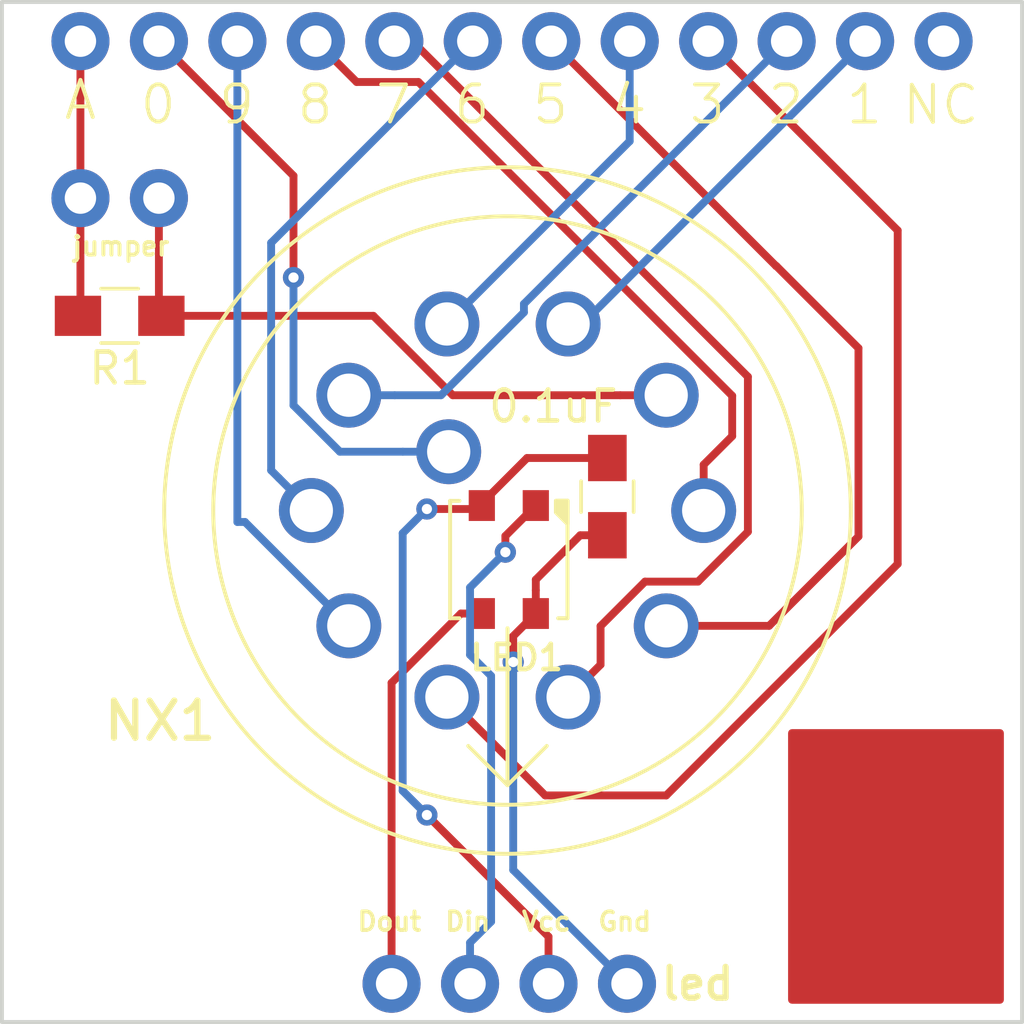
<source format=kicad_pcb>
(kicad_pcb (version 4) (host pcbnew 4.0.6)

  (general
    (links 20)
    (no_connects 0)
    (area 165.124429 104.046323 198.271431 137.193325)
    (thickness 1.6002)
    (drawings 21)
    (tracks 93)
    (zones 0)
    (modules 8)
    (nets 18)
  )

  (page A4)
  (layers
    (0 F.Cu signal)
    (31 B.Cu signal)
    (34 B.Paste user)
    (35 F.Paste user)
    (36 B.SilkS user)
    (37 F.SilkS user)
    (38 B.Mask user)
    (39 F.Mask user)
    (44 Edge.Cuts user)
  )

  (setup
    (last_trace_width 0.254)
    (user_trace_width 0.1524)
    (user_trace_width 0.2)
    (user_trace_width 0.25)
    (user_trace_width 0.3)
    (user_trace_width 0.4)
    (user_trace_width 0.5)
    (user_trace_width 0.6)
    (user_trace_width 0.8)
    (trace_clearance 0.254)
    (zone_clearance 0.1524)
    (zone_45_only no)
    (trace_min 0.1524)
    (segment_width 0.127)
    (edge_width 0.127)
    (via_size 0.6858)
    (via_drill 0.3302)
    (via_min_size 0.6858)
    (via_min_drill 0.3302)
    (uvia_size 0.508)
    (uvia_drill 0.127)
    (uvias_allowed no)
    (uvia_min_size 0.508)
    (uvia_min_drill 0.127)
    (pcb_text_width 0.127)
    (pcb_text_size 0.6 0.6)
    (mod_edge_width 0.127)
    (mod_text_size 0.6 0.6)
    (mod_text_width 0.127)
    (pad_size 1.524 1.524)
    (pad_drill 0.762)
    (pad_to_mask_clearance 0.05)
    (pad_to_paste_clearance -0.04)
    (aux_axis_origin 0 0)
    (visible_elements 7FFFFF7F)
    (pcbplotparams
      (layerselection 0x3ffff_80000001)
      (usegerberextensions true)
      (usegerberattributes true)
      (excludeedgelayer true)
      (linewidth 0.127000)
      (plotframeref false)
      (viasonmask false)
      (mode 1)
      (useauxorigin false)
      (hpglpennumber 1)
      (hpglpenspeed 20)
      (hpglpendiameter 15)
      (hpglpenoverlay 2)
      (psnegative false)
      (psa4output false)
      (plotreference true)
      (plotvalue true)
      (plotinvisibletext false)
      (padsonsilk false)
      (subtractmaskfromsilk false)
      (outputformat 1)
      (mirror false)
      (drillshape 0)
      (scaleselection 1)
      (outputdirectory CAM/))
  )

  (net 0 "")
  (net 1 "Net-(C1-Pad1)")
  (net 2 "Net-(C1-Pad2)")
  (net 3 "Net-(JL1-Pad3)")
  (net 4 "Net-(JL1-Pad4)")
  (net 5 "Net-(JN1-Pad1)")
  (net 6 "Net-(JN1-Pad2)")
  (net 7 "Net-(JN1-Pad3)")
  (net 8 "Net-(JN1-Pad4)")
  (net 9 "Net-(JN1-Pad5)")
  (net 10 "Net-(JN1-Pad6)")
  (net 11 "Net-(JN1-Pad7)")
  (net 12 "Net-(JN1-Pad8)")
  (net 13 "Net-(JN1-Pad9)")
  (net 14 "Net-(JN1-Pad10)")
  (net 15 "Net-(JN1-Pad11)")
  (net 16 "Net-(JN1-Pad12)")
  (net 17 "Net-(JR1-Pad1)")

  (net_class Default "Imperial - this is the standard class"
    (clearance 0.254)
    (trace_width 0.254)
    (via_dia 0.6858)
    (via_drill 0.3302)
    (uvia_dia 0.508)
    (uvia_drill 0.127)
    (add_net "Net-(C1-Pad1)")
    (add_net "Net-(C1-Pad2)")
    (add_net "Net-(JL1-Pad3)")
    (add_net "Net-(JL1-Pad4)")
    (add_net "Net-(JN1-Pad1)")
    (add_net "Net-(JN1-Pad10)")
    (add_net "Net-(JN1-Pad11)")
    (add_net "Net-(JN1-Pad12)")
    (add_net "Net-(JN1-Pad2)")
    (add_net "Net-(JN1-Pad3)")
    (add_net "Net-(JN1-Pad4)")
    (add_net "Net-(JN1-Pad5)")
    (add_net "Net-(JN1-Pad6)")
    (add_net "Net-(JN1-Pad7)")
    (add_net "Net-(JN1-Pad8)")
    (add_net "Net-(JN1-Pad9)")
    (add_net "Net-(JR1-Pad1)")
  )

  (net_class 0.2mm ""
    (clearance 0.2)
    (trace_width 0.2)
    (via_dia 0.6858)
    (via_drill 0.3302)
    (uvia_dia 0.508)
    (uvia_drill 0.127)
  )

  (net_class Minimal ""
    (clearance 0.1524)
    (trace_width 0.1524)
    (via_dia 0.6858)
    (via_drill 0.3302)
    (uvia_dia 0.508)
    (uvia_drill 0.127)
  )

  (module Capacitors_SMD:C_0805_HandSoldering (layer F.Cu) (tedit 597378C9) (tstamp 592EAD86)
    (at 184.785 120.122 270)
    (descr "Capacitor SMD 0805, hand soldering")
    (tags "capacitor 0805")
    (path /592C7A4C)
    (attr smd)
    (fp_text reference C1 (at 0 -1.75 270) (layer F.SilkS) hide
      (effects (font (size 1 1) (thickness 0.15)))
    )
    (fp_text value 0.1uF (at -2.921 1.75 360) (layer F.SilkS)
      (effects (font (size 1 1) (thickness 0.15)))
    )
    (fp_text user %R (at 0 -1.75 270) (layer F.Fab)
      (effects (font (size 1 1) (thickness 0.15)))
    )
    (fp_line (start -1 0.62) (end -1 -0.62) (layer F.Fab) (width 0.1))
    (fp_line (start 1 0.62) (end -1 0.62) (layer F.Fab) (width 0.1))
    (fp_line (start 1 -0.62) (end 1 0.62) (layer F.Fab) (width 0.1))
    (fp_line (start -1 -0.62) (end 1 -0.62) (layer F.Fab) (width 0.1))
    (fp_line (start 0.5 -0.85) (end -0.5 -0.85) (layer F.SilkS) (width 0.12))
    (fp_line (start -0.5 0.85) (end 0.5 0.85) (layer F.SilkS) (width 0.12))
    (fp_line (start -2.25 -0.88) (end 2.25 -0.88) (layer F.CrtYd) (width 0.05))
    (fp_line (start -2.25 -0.88) (end -2.25 0.87) (layer F.CrtYd) (width 0.05))
    (fp_line (start 2.25 0.87) (end 2.25 -0.88) (layer F.CrtYd) (width 0.05))
    (fp_line (start 2.25 0.87) (end -2.25 0.87) (layer F.CrtYd) (width 0.05))
    (pad 1 smd rect (at -1.25 0 270) (size 1.5 1.25) (layers F.Cu F.Paste F.Mask)
      (net 1 "Net-(C1-Pad1)"))
    (pad 2 smd rect (at 1.25 0 270) (size 1.5 1.25) (layers F.Cu F.Paste F.Mask)
      (net 2 "Net-(C1-Pad2)"))
    (model Capacitors_SMD.3dshapes/C_0805.wrl
      (at (xyz 0 0 0))
      (scale (xyz 1 1 1))
      (rotate (xyz 0 0 0))
    )
  )

  (module Resistors_SMD:R_0805_HandSoldering (layer F.Cu) (tedit 58E0A804) (tstamp 592EAE0D)
    (at 168.99793 114.269824 180)
    (descr "Resistor SMD 0805, hand soldering")
    (tags "resistor 0805")
    (path /592C7A6F)
    (attr smd)
    (fp_text reference R1 (at 0 -1.7 180) (layer F.SilkS)
      (effects (font (size 1 1) (thickness 0.15)))
    )
    (fp_text value R (at 0 1.75 180) (layer F.Fab)
      (effects (font (size 1 1) (thickness 0.15)))
    )
    (fp_text user %R (at 0 0 180) (layer F.Fab)
      (effects (font (size 0.5 0.5) (thickness 0.075)))
    )
    (fp_line (start -1 0.62) (end -1 -0.62) (layer F.Fab) (width 0.1))
    (fp_line (start 1 0.62) (end -1 0.62) (layer F.Fab) (width 0.1))
    (fp_line (start 1 -0.62) (end 1 0.62) (layer F.Fab) (width 0.1))
    (fp_line (start -1 -0.62) (end 1 -0.62) (layer F.Fab) (width 0.1))
    (fp_line (start 0.6 0.88) (end -0.6 0.88) (layer F.SilkS) (width 0.12))
    (fp_line (start -0.6 -0.88) (end 0.6 -0.88) (layer F.SilkS) (width 0.12))
    (fp_line (start -2.35 -0.9) (end 2.35 -0.9) (layer F.CrtYd) (width 0.05))
    (fp_line (start -2.35 -0.9) (end -2.35 0.9) (layer F.CrtYd) (width 0.05))
    (fp_line (start 2.35 0.9) (end 2.35 -0.9) (layer F.CrtYd) (width 0.05))
    (fp_line (start 2.35 0.9) (end -2.35 0.9) (layer F.CrtYd) (width 0.05))
    (pad 1 smd rect (at -1.35 0 180) (size 1.5 1.3) (layers F.Cu F.Paste F.Mask)
      (net 17 "Net-(JR1-Pad1)"))
    (pad 2 smd rect (at 1.35 0 180) (size 1.5 1.3) (layers F.Cu F.Paste F.Mask)
      (net 16 "Net-(JN1-Pad12)"))
    (model ${KISYS3DMOD}/Resistors_SMD.3dshapes/R_0805.wrl
      (at (xyz 0 0 0))
      (scale (xyz 1 1 1))
      (rotate (xyz 0 0 0))
    )
  )

  (module logos:mermaid_l (layer F.Cu) (tedit 0) (tstamp 592FCD15)
    (at 193.17496 132.09315)
    (fp_text reference G*** (at 0 0) (layer F.SilkS) hide
      (effects (font (thickness 0.3)))
    )
    (fp_text value LOGO (at 0.75 0) (layer F.SilkS) hide
      (effects (font (thickness 0.3)))
    )
    (fp_poly (pts (xy 0.016811 -3.773536) (xy 0.035492 -3.771585) (xy 0.039687 -3.770741) (xy 0.079417 -3.757244)
      (xy 0.111324 -3.737775) (xy 0.124832 -3.725513) (xy 0.142677 -3.704599) (xy 0.153161 -3.684612)
      (xy 0.15793 -3.661447) (xy 0.15875 -3.64097) (xy 0.158058 -3.61993) (xy 0.155124 -3.604749)
      (xy 0.148654 -3.590748) (xy 0.141938 -3.580059) (xy 0.122141 -3.557766) (xy 0.098998 -3.544256)
      (xy 0.074141 -3.539962) (xy 0.049199 -3.545313) (xy 0.036501 -3.55221) (xy 0.025568 -3.560763)
      (xy 0.019906 -3.570026) (xy 0.017449 -3.584153) (xy 0.016932 -3.59157) (xy 0.016648 -3.608477)
      (xy 0.018904 -3.618133) (xy 0.024587 -3.623743) (xy 0.026084 -3.624592) (xy 0.039465 -3.627784)
      (xy 0.050441 -3.626922) (xy 0.059967 -3.622881) (xy 0.061919 -3.615123) (xy 0.060823 -3.608777)
      (xy 0.060289 -3.596153) (xy 0.064906 -3.590901) (xy 0.073078 -3.592235) (xy 0.083211 -3.599369)
      (xy 0.093713 -3.61152) (xy 0.102989 -3.6279) (xy 0.103896 -3.629997) (xy 0.108418 -3.643365)
      (xy 0.108287 -3.6547) (xy 0.103467 -3.669685) (xy 0.087643 -3.698859) (xy 0.064252 -3.721926)
      (xy 0.050164 -3.731216) (xy 0.036916 -3.737802) (xy 0.022748 -3.741623) (xy 0.004134 -3.743365)
      (xy -0.014288 -3.743716) (xy -0.040147 -3.742911) (xy -0.057394 -3.740394) (xy -0.064294 -3.73724)
      (xy -0.073648 -3.731439) (xy -0.077728 -3.730626) (xy -0.088165 -3.726605) (xy -0.102163 -3.716065)
      (xy -0.117406 -3.701291) (xy -0.131579 -3.684564) (xy -0.142367 -3.668169) (xy -0.143717 -3.665542)
      (xy -0.151883 -3.648712) (xy -0.159332 -3.633251) (xy -0.163088 -3.620111) (xy -0.165384 -3.598867)
      (xy -0.16631 -3.568514) (xy -0.166318 -3.553876) (xy -0.166026 -3.5265) (xy -0.165145 -3.506715)
      (xy -0.163111 -3.491529) (xy -0.159359 -3.477949) (xy -0.153324 -3.462983) (xy -0.14625 -3.447521)
      (xy -0.121753 -3.405235) (xy -0.0903 -3.36927) (xy -0.051325 -3.33924) (xy -0.004264 -3.314759)
      (xy 0.051447 -3.295441) (xy 0.089958 -3.28602) (xy 0.119366 -3.282227) (xy 0.156195 -3.281263)
      (xy 0.197719 -3.282946) (xy 0.241212 -3.28709) (xy 0.283951 -3.293513) (xy 0.321687 -3.301638)
      (xy 0.342155 -3.307861) (xy 0.360849 -3.315263) (xy 0.376278 -3.322945) (xy 0.386953 -3.330006)
      (xy 0.391385 -3.335547) (xy 0.388082 -3.338667) (xy 0.383597 -3.339042) (xy 0.373649 -3.342219)
      (xy 0.357833 -3.350734) (xy 0.338335 -3.36306) (xy 0.317344 -3.377673) (xy 0.297047 -3.393046)
      (xy 0.279632 -3.407655) (xy 0.267286 -3.419973) (xy 0.26692 -3.420407) (xy 0.246827 -3.446164)
      (xy 0.232225 -3.469838) (xy 0.221889 -3.494463) (xy 0.214597 -3.523071) (xy 0.209127 -3.558694)
      (xy 0.208269 -3.565849) (xy 0.208225 -3.599519) (xy 0.214696 -3.635439) (xy 0.226608 -3.670269)
      (xy 0.242885 -3.700666) (xy 0.257355 -3.718587) (xy 0.284712 -3.739246) (xy 0.316451 -3.752322)
      (xy 0.350326 -3.757709) (xy 0.384089 -3.755304) (xy 0.415495 -3.745003) (xy 0.441854 -3.727116)
      (xy 0.456743 -3.708989) (xy 0.464158 -3.687733) (xy 0.465666 -3.667574) (xy 0.46447 -3.649678)
      (xy 0.459418 -3.636679) (xy 0.44831 -3.623019) (xy 0.447843 -3.622523) (xy 0.432662 -3.60928)
      (xy 0.418526 -3.60395) (xy 0.413448 -3.603625) (xy 0.394908 -3.608269) (xy 0.381565 -3.620647)
      (xy 0.375782 -3.638431) (xy 0.375708 -3.640833) (xy 0.378805 -3.655072) (xy 0.386689 -3.660815)
      (xy 0.397247 -3.657238) (xy 0.40302 -3.65151) (xy 0.411119 -3.643576) (xy 0.417703 -3.64383)
      (xy 0.420717 -3.645984) (xy 0.426691 -3.656909) (xy 0.428309 -3.673525) (xy 0.425542 -3.691863)
      (xy 0.421138 -3.703294) (xy 0.410709 -3.716673) (xy 0.399156 -3.725521) (xy 0.381042 -3.731036)
      (xy 0.358057 -3.732598) (xy 0.335132 -3.730244) (xy 0.318905 -3.724949) (xy 0.298369 -3.711409)
      (xy 0.278961 -3.693672) (xy 0.264484 -3.675356) (xy 0.26187 -3.670693) (xy 0.258107 -3.658302)
      (xy 0.255508 -3.640465) (xy 0.254155 -3.620218) (xy 0.254128 -3.6006) (xy 0.25551 -3.584648)
      (xy 0.258381 -3.5754) (xy 0.259291 -3.574521) (xy 0.263387 -3.567227) (xy 0.264583 -3.558334)
      (xy 0.266434 -3.54854) (xy 0.269875 -3.545417) (xy 0.274956 -3.541344) (xy 0.275166 -3.539772)
      (xy 0.278369 -3.532005) (xy 0.286651 -3.519125) (xy 0.298022 -3.503894) (xy 0.310492 -3.489074)
      (xy 0.315691 -3.483521) (xy 0.332808 -3.469181) (xy 0.356966 -3.453086) (xy 0.385192 -3.436898)
      (xy 0.41451 -3.422278) (xy 0.441945 -3.410886) (xy 0.451563 -3.407656) (xy 0.513508 -3.39253)
      (xy 0.572008 -3.386659) (xy 0.6285 -3.390216) (xy 0.684423 -3.403376) (xy 0.741216 -3.42631)
      (xy 0.78052 -3.447259) (xy 0.817352 -3.46804) (xy 0.848125 -3.483558) (xy 0.875501 -3.494552)
      (xy 0.902139 -3.501759) (xy 0.9307 -3.505917) (xy 0.963843 -3.507764) (xy 0.999762 -3.50806)
      (xy 1.029829 -3.507596) (xy 1.058475 -3.506543) (xy 1.08289 -3.505047) (xy 1.100268 -3.50325)
      (xy 1.103312 -3.502746) (xy 1.124251 -3.498943) (xy 1.148566 -3.494739) (xy 1.16152 -3.492588)
      (xy 1.183437 -3.488718) (xy 1.205109 -3.484407) (xy 1.21576 -3.482026) (xy 1.242534 -3.475574)
      (xy 1.261268 -3.470981) (xy 1.27422 -3.467665) (xy 1.283649 -3.465044) (xy 1.29181 -3.462534)
      (xy 1.293812 -3.46189) (xy 1.330054 -3.447173) (xy 1.362613 -3.428217) (xy 1.390124 -3.406284)
      (xy 1.411222 -3.382636) (xy 1.42454 -3.358536) (xy 1.428749 -3.337087) (xy 1.430965 -3.31796)
      (xy 1.436932 -3.293293) (xy 1.445634 -3.266996) (xy 1.4496 -3.257021) (xy 1.460028 -3.223921)
      (xy 1.465344 -3.188889) (xy 1.465701 -3.173183) (xy 1.465206 -3.152449) (xy 1.465622 -3.140318)
      (xy 1.467505 -3.134815) (xy 1.471411 -3.133966) (xy 1.476375 -3.135313) (xy 1.485246 -3.136563)
      (xy 1.485546 -3.132317) (xy 1.477379 -3.123141) (xy 1.473497 -3.119686) (xy 1.464568 -3.110292)
      (xy 1.463129 -3.101507) (xy 1.465406 -3.093994) (xy 1.472998 -3.082438) (xy 1.485846 -3.06985)
      (xy 1.491895 -3.065257) (xy 1.507592 -3.051442) (xy 1.513053 -3.038041) (xy 1.508312 -3.023896)
      (xy 1.493572 -3.007997) (xy 1.481954 -2.996879) (xy 1.477871 -2.989625) (xy 1.480148 -2.984092)
      (xy 1.480343 -2.983889) (xy 1.48489 -2.973373) (xy 1.486712 -2.956585) (xy 1.485771 -2.93749)
      (xy 1.482027 -2.920051) (xy 1.481007 -2.917281) (xy 1.468042 -2.883178) (xy 1.459777 -2.85676)
      (xy 1.455764 -2.836468) (xy 1.455208 -2.827306) (xy 1.451635 -2.812089) (xy 1.440656 -2.801224)
      (xy 1.433744 -2.797314) (xy 1.425278 -2.794661) (xy 1.41333 -2.793085) (xy 1.395971 -2.79241)
      (xy 1.371273 -2.792457) (xy 1.349375 -2.792809) (xy 1.31873 -2.793255) (xy 1.296659 -2.793112)
      (xy 1.281157 -2.792186) (xy 1.270221 -2.790279) (xy 1.261849 -2.787196) (xy 1.255447 -2.783626)
      (xy 1.244268 -2.774775) (xy 1.238474 -2.766405) (xy 1.23825 -2.764974) (xy 1.235863 -2.757876)
      (xy 1.233805 -2.756959) (xy 1.229201 -2.752098) (xy 1.223916 -2.739092) (xy 1.218503 -2.720308)
      (xy 1.213515 -2.698112) (xy 1.209506 -2.674871) (xy 1.207028 -2.652951) (xy 1.2065 -2.640132)
      (xy 1.207874 -2.614203) (xy 1.211589 -2.582523) (xy 1.217032 -2.549504) (xy 1.222776 -2.522803)
      (xy 1.235661 -2.473043) (xy 1.247332 -2.433315) (xy 1.257929 -2.403156) (xy 1.259293 -2.399771)
      (xy 1.264013 -2.387513) (xy 1.269636 -2.371955) (xy 1.270086 -2.370667) (xy 1.278721 -2.347809)
      (xy 1.289907 -2.322021) (xy 1.304888 -2.290463) (xy 1.308378 -2.283355) (xy 1.317963 -2.259043)
      (xy 1.323702 -2.234224) (xy 1.325348 -2.211548) (xy 1.322652 -2.19366) (xy 1.317561 -2.184909)
      (xy 1.307186 -2.176016) (xy 1.292853 -2.165074) (xy 1.277255 -2.153968) (xy 1.263087 -2.144581)
      (xy 1.253044 -2.138797) (xy 1.250232 -2.137834) (xy 1.242386 -2.13401) (xy 1.231208 -2.124466)
      (xy 1.219519 -2.11209) (xy 1.21014 -2.099773) (xy 1.206613 -2.093154) (xy 1.204218 -2.073293)
      (xy 1.210459 -2.048342) (xy 1.211685 -2.04523) (xy 1.220793 -2.023791) (xy 1.23213 -1.998543)
      (xy 1.244765 -1.971403) (xy 1.257766 -1.944284) (xy 1.270202 -1.9191) (xy 1.281142 -1.897767)
      (xy 1.289653 -1.882198) (xy 1.294804 -1.874308) (xy 1.294911 -1.874195) (xy 1.300737 -1.866426)
      (xy 1.30175 -1.863411) (xy 1.305702 -1.855954) (xy 1.316422 -1.843726) (xy 1.332206 -1.828296)
      (xy 1.351351 -1.811235) (xy 1.372151 -1.794113) (xy 1.392903 -1.778501) (xy 1.397 -1.775628)
      (xy 1.412481 -1.764474) (xy 1.432822 -1.749179) (xy 1.456251 -1.731147) (xy 1.480994 -1.711783)
      (xy 1.505277 -1.692489) (xy 1.527327 -1.674669) (xy 1.54537 -1.659728) (xy 1.557633 -1.649068)
      (xy 1.561041 -1.645785) (xy 1.566531 -1.641261) (xy 1.577559 -1.632846) (xy 1.584854 -1.62743)
      (xy 1.599074 -1.616479) (xy 1.610642 -1.606732) (xy 1.613958 -1.603563) (xy 1.621166 -1.597319)
      (xy 1.63503 -1.586326) (xy 1.653625 -1.57203) (xy 1.675029 -1.555881) (xy 1.697317 -1.539326)
      (xy 1.718566 -1.523814) (xy 1.736854 -1.510793) (xy 1.740958 -1.507944) (xy 1.75542 -1.497422)
      (xy 1.767734 -1.487559) (xy 1.769672 -1.48584) (xy 1.781335 -1.477351) (xy 1.789516 -1.473434)
      (xy 1.797549 -1.469117) (xy 1.799166 -1.466423) (xy 1.803588 -1.462135) (xy 1.814535 -1.456503)
      (xy 1.817687 -1.455209) (xy 1.829662 -1.449593) (xy 1.835937 -1.444862) (xy 1.836208 -1.4441)
      (xy 1.840779 -1.440501) (xy 1.852852 -1.434525) (xy 1.869967 -1.42737) (xy 1.872824 -1.426267)
      (xy 1.88894 -1.420424) (xy 1.902804 -1.416562) (xy 1.917198 -1.414357) (xy 1.934907 -1.413483)
      (xy 1.958714 -1.413615) (xy 1.977334 -1.414048) (xy 2.011477 -1.415666) (xy 2.050591 -1.418652)
      (xy 2.089221 -1.422539) (xy 2.114726 -1.425785) (xy 2.14488 -1.42989) (xy 2.16751 -1.432256)
      (xy 2.18552 -1.432964) (xy 2.201812 -1.432095) (xy 2.219288 -1.429731) (xy 2.224528 -1.428856)
      (xy 2.245404 -1.424861) (xy 2.257747 -1.421152) (xy 2.263552 -1.416902) (xy 2.264833 -1.412127)
      (xy 2.263508 -1.406717) (xy 2.257986 -1.403732) (xy 2.245944 -1.402491) (xy 2.231409 -1.402292)
      (xy 2.207764 -1.401303) (xy 2.182238 -1.398663) (xy 2.158033 -1.394866) (xy 2.138355 -1.390404)
      (xy 2.12725 -1.386276) (xy 2.123304 -1.383434) (xy 2.123829 -1.381057) (xy 2.130164 -1.378752)
      (xy 2.143652 -1.376125) (xy 2.165634 -1.37278) (xy 2.180166 -1.370725) (xy 2.208747 -1.366286)
      (xy 2.230983 -1.361492) (xy 2.251087 -1.355226) (xy 2.27327 -1.34637) (xy 2.275416 -1.345449)
      (xy 2.291879 -1.337058) (xy 2.307873 -1.326809) (xy 2.32072 -1.316668) (xy 2.327745 -1.308602)
      (xy 2.328333 -1.306591) (xy 2.323743 -1.304335) (xy 2.312281 -1.304011) (xy 2.297402 -1.305252)
      (xy 2.282566 -1.307694) (xy 2.271229 -1.31097) (xy 2.267743 -1.312991) (xy 2.258675 -1.31683)
      (xy 2.251604 -1.317626) (xy 2.239817 -1.320172) (xy 2.234786 -1.323331) (xy 2.225761 -1.326846)
      (xy 2.213884 -1.326984) (xy 2.204136 -1.325219) (xy 2.204029 -1.323129) (xy 2.20927 -1.320799)
      (xy 2.23606 -1.310129) (xy 2.25511 -1.301894) (xy 2.268643 -1.294964) (xy 2.278885 -1.288209)
      (xy 2.287322 -1.281169) (xy 2.296853 -1.2715) (xy 2.301715 -1.264499) (xy 2.301875 -1.263719)
      (xy 2.297454 -1.259587) (xy 2.285098 -1.260225) (xy 2.266162 -1.265338) (xy 2.242005 -1.274631)
      (xy 2.232778 -1.27872) (xy 2.210862 -1.287938) (xy 2.195226 -1.292907) (xy 2.186673 -1.293593)
      (xy 2.186011 -1.289959) (xy 2.194044 -1.28197) (xy 2.19612 -1.28034) (xy 2.207237 -1.273141)
      (xy 2.215319 -1.270118) (xy 2.221801 -1.265714) (xy 2.226876 -1.256324) (xy 2.227791 -1.251047)
      (xy 2.223516 -1.248302) (xy 2.212505 -1.249392) (xy 2.197482 -1.253408) (xy 2.181171 -1.259436)
      (xy 2.166296 -1.266566) (xy 2.15558 -1.273887) (xy 2.153708 -1.275833) (xy 2.146702 -1.280288)
      (xy 2.132687 -1.286789) (xy 2.114695 -1.294037) (xy 2.095756 -1.300732) (xy 2.095124 -1.300937)
      (xy 2.07869 -1.304461) (xy 2.057774 -1.306667) (xy 2.046312 -1.307042) (xy 2.028903 -1.306558)
      (xy 2.018807 -1.304253) (xy 2.012768 -1.298853) (xy 2.009183 -1.29249) (xy 2.005287 -1.278785)
      (xy 2.008579 -1.265874) (xy 2.019902 -1.252443) (xy 2.040101 -1.237179) (xy 2.048014 -1.232048)
      (xy 2.069352 -1.218173) (xy 2.083328 -1.207722) (xy 2.091758 -1.198848) (xy 2.096459 -1.189706)
      (xy 2.098878 -1.180349) (xy 2.099775 -1.168122) (xy 2.095521 -1.163627) (xy 2.094838 -1.16354)
      (xy 2.077123 -1.165005) (xy 2.064663 -1.173081) (xy 2.054291 -1.180457) (xy 2.036679 -1.190046)
      (xy 2.014573 -1.20055) (xy 1.990717 -1.210671) (xy 1.967857 -1.219114) (xy 1.965854 -1.219776)
      (xy 1.928101 -1.233609) (xy 1.898307 -1.248381) (xy 1.87387 -1.26573) (xy 1.852189 -1.287294)
      (xy 1.844908 -1.29597) (xy 1.82922 -1.314316) (xy 1.813605 -1.330793) (xy 1.80082 -1.342542)
      (xy 1.797992 -1.344686) (xy 1.786309 -1.353213) (xy 1.778836 -1.359346) (xy 1.778 -1.360236)
      (xy 1.771224 -1.365606) (xy 1.75693 -1.374794) (xy 1.736985 -1.386729) (xy 1.713259 -1.400343)
      (xy 1.687619 -1.414565) (xy 1.661936 -1.428326) (xy 1.638076 -1.440557) (xy 1.635125 -1.442019)
      (xy 1.587553 -1.46584) (xy 1.546283 -1.487396) (xy 1.507857 -1.50852) (xy 1.481666 -1.52353)
      (xy 1.464862 -1.532936) (xy 1.450648 -1.540248) (xy 1.443302 -1.543429) (xy 1.435482 -1.548118)
      (xy 1.434041 -1.551076) (xy 1.429946 -1.555562) (xy 1.42835 -1.55575) (xy 1.421455 -1.558368)
      (xy 1.407463 -1.565519) (xy 1.388265 -1.576151) (xy 1.365753 -1.589212) (xy 1.341819 -1.60365)
      (xy 1.338081 -1.605957) (xy 1.328838 -1.611626) (xy 1.314356 -1.620452) (xy 1.303686 -1.626934)
      (xy 1.289183 -1.635949) (xy 1.278713 -1.64286) (xy 1.275291 -1.645485) (xy 1.269816 -1.650117)
      (xy 1.258818 -1.65865) (xy 1.251479 -1.66417) (xy 1.234056 -1.677274) (xy 1.220686 -1.687881)
      (xy 1.208649 -1.698391) (xy 1.195222 -1.711206) (xy 1.177684 -1.728725) (xy 1.173427 -1.733021)
      (xy 1.154691 -1.753203) (xy 1.136473 -1.774958) (xy 1.121826 -1.794574) (xy 1.117957 -1.80049)
      (xy 1.107458 -1.815879) (xy 1.098096 -1.826821) (xy 1.091977 -1.830917) (xy 1.085418 -1.828569)
      (xy 1.084785 -1.826948) (xy 1.081627 -1.820717) (xy 1.073818 -1.810294) (xy 1.071556 -1.807605)
      (xy 1.063024 -1.796859) (xy 1.058535 -1.789598) (xy 1.058333 -1.788759) (xy 1.055116 -1.78268)
      (xy 1.048847 -1.77503) (xy 1.038358 -1.760344) (xy 1.026121 -1.737991) (xy 1.013216 -1.710506)
      (xy 1.00072 -1.680421) (xy 0.989714 -1.650268) (xy 0.981275 -1.622581) (xy 0.977986 -1.608667)
      (xy 0.968972 -1.562362) (xy 0.962328 -1.523365) (xy 0.95779 -1.488735) (xy 0.955093 -1.45553)
      (xy 0.953972 -1.420809) (xy 0.954162 -1.38163) (xy 0.954874 -1.352021) (xy 0.955956 -1.318336)
      (xy 0.957154 -1.287144) (xy 0.958377 -1.260422) (xy 0.959534 -1.240144) (xy 0.960534 -1.228284)
      (xy 0.960617 -1.227667) (xy 0.961429 -1.217554) (xy 0.962358 -1.198447) (xy 0.96335 -1.171939)
      (xy 0.964353 -1.139617) (xy 0.96531 -1.103071) (xy 0.96617 -1.063891) (xy 0.966176 -1.063625)
      (xy 0.966988 -1.016579) (xy 0.967314 -0.977779) (xy 0.967075 -0.9449) (xy 0.96619 -0.915612)
      (xy 0.964579 -0.887587) (xy 0.962164 -0.858498) (xy 0.958863 -0.826017) (xy 0.95765 -0.814917)
      (xy 0.951084 -0.75682) (xy 0.945176 -0.707679) (xy 0.939682 -0.665903) (xy 0.934356 -0.629902)
      (xy 0.928956 -0.598088) (xy 0.923235 -0.56887) (xy 0.916949 -0.54066) (xy 0.912885 -0.523875)
      (xy 0.906794 -0.498662) (xy 0.901413 -0.475129) (xy 0.897462 -0.456489) (xy 0.895973 -0.44834)
      (xy 0.892856 -0.434708) (xy 0.889085 -0.426281) (xy 0.888285 -0.425538) (xy 0.884592 -0.418555)
      (xy 0.883669 -0.411115) (xy 0.882028 -0.401383) (xy 0.877635 -0.38436) (xy 0.871226 -0.362746)
      (xy 0.866028 -0.346605) (xy 0.857767 -0.321534) (xy 0.84996 -0.297435) (xy 0.843739 -0.277819)
      (xy 0.841302 -0.269875) (xy 0.836378 -0.25453) (xy 0.832191 -0.243342) (xy 0.830942 -0.240771)
      (xy 0.827336 -0.232696) (xy 0.822295 -0.21902) (xy 0.820702 -0.214313) (xy 0.81395 -0.195276)
      (xy 0.806669 -0.176625) (xy 0.80583 -0.174625) (xy 0.798972 -0.158321) (xy 0.792944 -0.14374)
      (xy 0.792593 -0.142875) (xy 0.786649 -0.129107) (xy 0.782549 -0.120458) (xy 0.778574 -0.110063)
      (xy 0.777875 -0.105842) (xy 0.775639 -0.099184) (xy 0.769428 -0.084596) (xy 0.759982 -0.063622)
      (xy 0.748042 -0.037806) (xy 0.734349 -0.008691) (xy 0.719644 0.022178) (xy 0.704668 0.053257)
      (xy 0.690162 0.083002) (xy 0.676867 0.10987) (xy 0.665523 0.132316) (xy 0.656873 0.148797)
      (xy 0.651656 0.157769) (xy 0.650888 0.15875) (xy 0.64704 0.164585) (xy 0.640139 0.176579)
      (xy 0.635415 0.185208) (xy 0.622667 0.207639) (xy 0.605809 0.235506) (xy 0.586295 0.266573)
      (xy 0.565581 0.298607) (xy 0.545121 0.329373) (xy 0.52637 0.356639) (xy 0.510784 0.378168)
      (xy 0.504464 0.386291) (xy 0.49882 0.393433) (xy 0.48822 0.406992) (xy 0.474188 0.425014)
      (xy 0.458423 0.445321) (xy 0.386268 0.531586) (xy 0.305323 0.615902) (xy 0.217382 0.696433)
      (xy 0.193138 0.716902) (xy 0.177764 0.729736) (xy 0.165728 0.739925) (xy 0.159212 0.745619)
      (xy 0.15875 0.74607) (xy 0.15364 0.750212) (xy 0.141905 0.75919) (xy 0.125441 0.771566)
      (xy 0.111125 0.782215) (xy 0.091503 0.796811) (xy 0.074346 0.809688) (xy 0.061903 0.819151)
      (xy 0.057234 0.822811) (xy 0.046348 0.830914) (xy 0.033422 0.839659) (xy 0.019429 0.849492)
      (xy 0.008262 0.85853) (xy -0.00115 0.865562) (xy -0.006772 0.867833) (xy -0.013177 0.871028)
      (xy -0.024494 0.879231) (xy -0.033185 0.886354) (xy -0.046046 0.896711) (xy -0.055853 0.903433)
      (xy -0.059243 0.904875) (xy -0.065136 0.907527) (xy -0.076973 0.9143) (xy -0.09191 0.923419)
      (xy -0.107104 0.933106) (xy -0.119711 0.941585) (xy -0.126887 0.947081) (xy -0.127 0.947193)
      (xy -0.133129 0.951521) (xy -0.142875 0.957378) (xy -0.152011 0.962765) (xy -0.168175 0.972485)
      (xy -0.189376 0.985333) (xy -0.213623 1.000104) (xy -0.223801 1.006326) (xy -0.247553 1.020777)
      (xy -0.267952 1.033032) (xy -0.283378 1.04213) (xy -0.292207 1.047106) (xy -0.293632 1.04775)
      (xy -0.298902 1.050229) (xy -0.310818 1.056768) (xy -0.326931 1.066017) (xy -0.328991 1.067222)
      (xy -0.356603 1.083148) (xy -0.386048 1.099703) (xy -0.414493 1.115327) (xy -0.439106 1.128464)
      (xy -0.455084 1.136599) (xy -0.467632 1.14309) (xy -0.475484 1.147821) (xy -0.47625 1.148468)
      (xy -0.481786 1.151903) (xy -0.494692 1.158989) (xy -0.512891 1.168607) (xy -0.529167 1.177013)
      (xy -0.578322 1.202179) (xy -0.622845 1.225001) (xy -0.661951 1.245075) (xy -0.694854 1.261998)
      (xy -0.720769 1.275365) (xy -0.73891 1.284772) (xy -0.748492 1.289816) (xy -0.748968 1.290075)
      (xy -0.758048 1.294813) (xy -0.773987 1.302904) (xy -0.794153 1.313017) (xy -0.80698 1.3194)
      (xy -0.881231 1.35675) (xy -0.94652 1.390707) (xy -1.003734 1.421745) (xy -1.05376 1.450342)
      (xy -1.076855 1.464177) (xy -1.090458 1.471801) (xy -1.098021 1.475597) (xy -1.105412 1.479911)
      (xy -1.119579 1.488876) (xy -1.138874 1.501392) (xy -1.161647 1.516359) (xy -1.18625 1.532677)
      (xy -1.211035 1.549246) (xy -1.234352 1.564966) (xy -1.254552 1.578737) (xy -1.269988 1.58946)
      (xy -1.279009 1.596033) (xy -1.280584 1.5974) (xy -1.28583 1.602217) (xy -1.296881 1.611472)
      (xy -1.309688 1.621833) (xy -1.369914 1.675393) (xy -1.421218 1.732685) (xy -1.463288 1.79318)
      (xy -1.495811 1.856346) (xy -1.518476 1.921651) (xy -1.530971 1.988566) (xy -1.532115 2.00072)
      (xy -1.533533 2.021291) (xy -1.533389 2.03401) (xy -1.531178 2.041555) (xy -1.526396 2.046606)
      (xy -1.523028 2.048937) (xy -1.508982 2.055507) (xy -1.492365 2.060056) (xy -1.492229 2.060079)
      (xy -1.452691 2.067475) (xy -1.418964 2.075738) (xy -1.394355 2.083271) (xy -1.372487 2.090356)
      (xy -1.346337 2.098616) (xy -1.322917 2.10585) (xy -1.302468 2.112199) (xy -1.284909 2.117877)
      (xy -1.273608 2.12179) (xy -1.272646 2.122164) (xy -1.262724 2.125949) (xy -1.246121 2.132103)
      (xy -1.226116 2.139411) (xy -1.222375 2.140766) (xy -1.203039 2.148094) (xy -1.187481 2.154598)
      (xy -1.178496 2.159093) (xy -1.177661 2.159711) (xy -1.168071 2.163984) (xy -1.164987 2.164291)
      (xy -1.156849 2.166561) (xy -1.141251 2.172762) (xy -1.120145 2.181983) (xy -1.095482 2.193313)
      (xy -1.069213 2.20584) (xy -1.043289 2.218653) (xy -1.019661 2.230841) (xy -1.002771 2.240067)
      (xy -0.979183 2.253619) (xy -0.954406 2.268128) (xy -0.930964 2.28209) (xy -0.911386 2.293997)
      (xy -0.898196 2.302344) (xy -0.897227 2.302991) (xy -0.84537 2.340492) (xy -0.792658 2.383257)
      (xy -0.741528 2.42907) (xy -0.694416 2.475712) (xy -0.653759 2.520968) (xy -0.642579 2.534708)
      (xy -0.628634 2.552018) (xy -0.616971 2.565902) (xy -0.609232 2.574434) (xy -0.607219 2.576159)
      (xy -0.603295 2.582213) (xy -0.60325 2.582995) (xy -0.599953 2.59017) (xy -0.592419 2.599694)
      (xy -0.584795 2.609595) (xy -0.573492 2.626331) (xy -0.559985 2.647494) (xy -0.545751 2.670677)
      (xy -0.532266 2.693472) (xy -0.521004 2.713471) (xy -0.513442 2.728265) (xy -0.512956 2.729342)
      (xy -0.506925 2.740667) (xy -0.501953 2.746251) (xy -0.501417 2.746375) (xy -0.497764 2.750622)
      (xy -0.497417 2.753524) (xy -0.495063 2.76201) (xy -0.489037 2.775934) (xy -0.484188 2.785554)
      (xy -0.476676 2.800966) (xy -0.471883 2.81327) (xy -0.470959 2.817651) (xy -0.468504 2.82541)
      (xy -0.46699 2.826631) (xy -0.463351 2.832354) (xy -0.457475 2.846051) (xy -0.450118 2.865545)
      (xy -0.442034 2.888659) (xy -0.433976 2.913215) (xy -0.4267 2.937036) (xy -0.420958 2.957944)
      (xy -0.419645 2.963333) (xy -0.414816 2.982772) (xy -0.410227 2.999259) (xy -0.40721 3.008312)
      (xy -0.403349 3.020934) (xy -0.400065 3.036847) (xy -0.399977 3.037416) (xy -0.397973 3.049953)
      (xy -0.394675 3.070065) (xy -0.390554 3.094892) (xy -0.386442 3.119437) (xy -0.382507 3.145522)
      (xy -0.379552 3.172135) (xy -0.377442 3.20146) (xy -0.376041 3.23568) (xy -0.375217 3.276977)
      (xy -0.374941 3.306237) (xy -0.374907 3.341428) (xy -0.375253 3.373114) (xy -0.375932 3.399753)
      (xy -0.376895 3.4198) (xy -0.378095 3.431711) (xy -0.378888 3.43429) (xy -0.385103 3.433466)
      (xy -0.398593 3.427213) (xy -0.41801 3.416235) (xy -0.441209 3.401752) (xy -0.483878 3.374892)
      (xy -0.526415 3.34985) (xy -0.571041 3.325433) (xy -0.619976 3.30045) (xy -0.67544 3.27371)
      (xy -0.709084 3.258031) (xy -0.744498 3.241758) (xy -0.773275 3.228687) (xy -0.794644 3.21916)
      (xy -0.807839 3.213522) (xy -0.812017 3.212041) (xy -0.817473 3.210007) (xy -0.830202 3.204577)
      (xy -0.847855 3.196764) (xy -0.855541 3.193302) (xy -0.87586 3.184131) (xy -0.893504 3.176218)
      (xy -0.905456 3.170914) (xy -0.907521 3.170016) (xy -0.918356 3.165316) (xy -0.934412 3.158299)
      (xy -0.944563 3.153846) (xy -0.976212 3.140021) (xy -0.999364 3.130101) (xy -1.015151 3.123604)
      (xy -1.018646 3.12224) (xy -1.034695 3.115354) (xy -1.057193 3.104752) (xy -1.083338 3.091857)
      (xy -1.110325 3.078089) (xy -1.135352 3.064868) (xy -1.155614 3.053616) (xy -1.164167 3.048495)
      (xy -1.18064 3.036718) (xy -1.199817 3.020816) (xy -1.220061 3.002427) (xy -1.239737 2.983188)
      (xy -1.257209 2.964736) (xy -1.27084 2.948708) (xy -1.278994 2.936743) (xy -1.280584 2.931984)
      (xy -1.284494 2.925639) (xy -1.284991 2.925409) (xy -1.290019 2.9202) (xy -1.298403 2.9087)
      (xy -1.308276 2.893826) (xy -1.317775 2.878494) (xy -1.325035 2.865619) (xy -1.32819 2.858117)
      (xy -1.328209 2.857838) (xy -1.332 2.851529) (xy -1.332427 2.851326) (xy -1.337013 2.84591)
      (xy -1.344025 2.834059) (xy -1.348297 2.82575) (xy -1.354863 2.813311) (xy -1.359169 2.807024)
      (xy -1.360124 2.807229) (xy -1.360267 2.814002) (xy -1.360556 2.829563) (xy -1.360961 2.852114)
      (xy -1.361448 2.879861) (xy -1.36193 2.90777) (xy -1.363484 2.959059) (xy -1.366614 3.002125)
      (xy -1.371909 3.039285) (xy -1.379955 3.072855) (xy -1.391341 3.105149) (xy -1.406655 3.138482)
      (xy -1.426484 3.175172) (xy -1.432473 3.185583) (xy -1.441516 3.200851) (xy -1.454792 3.222887)
      (xy -1.470945 3.249473) (xy -1.488616 3.278392) (xy -1.506447 3.307427) (xy -1.523079 3.334361)
      (xy -1.537156 3.356975) (xy -1.546782 3.372217) (xy -1.556574 3.387882) (xy -1.563588 3.399817)
      (xy -1.566333 3.405482) (xy -1.566334 3.405513) (xy -1.569332 3.411428) (xy -1.571875 3.414671)
      (xy -1.578955 3.424037) (xy -1.58836 3.437955) (xy -1.598309 3.453578) (xy -1.607021 3.468061)
      (xy -1.612717 3.478559) (xy -1.613959 3.481937) (xy -1.617841 3.488012) (xy -1.618012 3.48809)
      (xy -1.62267 3.49336) (xy -1.6306 3.505128) (xy -1.640113 3.520543) (xy -1.649522 3.536754)
      (xy -1.657137 3.550911) (xy -1.661271 3.560162) (xy -1.661584 3.56167) (xy -1.66483 3.566534)
      (xy -1.665553 3.566624) (xy -1.670608 3.570852) (xy -1.67527 3.57853) (xy -1.6797 3.587499)
      (xy -1.687831 3.603801) (xy -1.698602 3.625313) (xy -1.710953 3.649918) (xy -1.714283 3.656541)
      (xy -1.728714 3.685357) (xy -1.739369 3.707018) (xy -1.747301 3.723791) (xy -1.753561 3.73794)
      (xy -1.759201 3.751728) (xy -1.762834 3.761052) (xy -1.768776 3.776191) (xy -1.77226 3.784864)
      (xy -1.776532 3.796565) (xy -1.782292 3.813799) (xy -1.786124 3.825875) (xy -1.794107 3.850123)
      (xy -1.800605 3.864974) (xy -1.806629 3.871317) (xy -1.813196 3.870039) (xy -1.821317 3.862026)
      (xy -1.823851 3.858896) (xy -1.834996 3.845041) (xy -1.845018 3.832935) (xy -1.860304 3.814747)
      (xy -1.871524 3.80089) (xy -1.881557 3.787711) (xy -1.892096 3.773209) (xy -1.901907 3.758672)
      (xy -1.908513 3.747198) (xy -1.910292 3.74234) (xy -1.913744 3.735549) (xy -1.9147 3.735034)
      (xy -1.920879 3.728832) (xy -1.93058 3.714612) (xy -1.942942 3.693993) (xy -1.957108 3.668592)
      (xy -1.972218 3.640026) (xy -1.987415 3.609913) (xy -2.001841 3.579871) (xy -2.014636 3.551517)
      (xy -2.02375 3.529541) (xy -2.030337 3.513335) (xy -2.036097 3.500143) (xy -2.037835 3.49654)
      (xy -2.041998 3.483106) (xy -2.042584 3.477009) (xy -2.044998 3.466849) (xy -2.047875 3.463395)
      (xy -2.052009 3.456083) (xy -2.053167 3.44752) (xy -2.054935 3.436601) (xy -2.057874 3.432007)
      (xy -2.06186 3.425217) (xy -2.065111 3.412716) (xy -2.06525 3.411851) (xy -2.068334 3.396797)
      (xy -2.073297 3.37719) (xy -2.076624 3.3655) (xy -2.081421 3.348705) (xy -2.085851 3.331208)
      (xy -2.090465 3.310549) (xy -2.095814 3.284268) (xy -2.102103 3.251729) (xy -2.104118 3.235184)
      (xy -2.105738 3.210034) (xy -2.106964 3.178127) (xy -2.107796 3.141317) (xy -2.108236 3.101454)
      (xy -2.108284 3.060389) (xy -2.107942 3.019973) (xy -2.10721 2.982059) (xy -2.10609 2.948496)
      (xy -2.104582 2.921137) (xy -2.102689 2.901833) (xy -2.101907 2.897187) (xy -2.097408 2.875018)
      (xy -2.092897 2.852736) (xy -2.090653 2.841625) (xy -2.086154 2.822216) (xy -2.080107 2.799624)
      (xy -2.076886 2.788708) (xy -2.071304 2.769055) (xy -2.066835 2.750617) (xy -2.06525 2.742357)
      (xy -2.062104 2.729658) (xy -2.058113 2.722367) (xy -2.057874 2.722201) (xy -2.054205 2.715199)
      (xy -2.053167 2.706687) (xy -2.05117 2.695606) (xy -2.047875 2.690812) (xy -2.043441 2.683353)
      (xy -2.042584 2.677199) (xy -2.040167 2.663351) (xy -2.037938 2.657667) (xy -2.028974 2.638529)
      (xy -2.021574 2.620201) (xy -2.016995 2.605971) (xy -2.016125 2.600674) (xy -2.013211 2.593748)
      (xy -2.010834 2.592916) (xy -2.005838 2.588784) (xy -2.005542 2.586757) (xy -2.003029 2.576598)
      (xy -1.996034 2.558966) (xy -1.985376 2.535552) (xy -1.971874 2.508043) (xy -1.956348 2.478128)
      (xy -1.939615 2.447495) (xy -1.928989 2.428875) (xy -1.917739 2.409493) (xy -1.907325 2.391511)
      (xy -1.899972 2.378766) (xy -1.899878 2.378604) (xy -1.893802 2.368895) (xy -1.883596 2.35347)
      (xy -1.870613 2.334284) (xy -1.856206 2.313291) (xy -1.841728 2.292446) (xy -1.828532 2.273702)
      (xy -1.817969 2.259015) (xy -1.811394 2.250337) (xy -1.810149 2.248958) (xy -1.805415 2.243477)
      (xy -1.79682 2.232467) (xy -1.79131 2.225145) (xy -1.770344 2.198459) (xy -1.747083 2.172196)
      (xy -1.730055 2.154423) (xy -1.712724 2.135815) (xy -1.701877 2.120706) (xy -1.696021 2.105635)
      (xy -1.693663 2.087143) (xy -1.693294 2.069187) (xy -1.691985 2.037889) (xy -1.688457 2.002483)
      (xy -1.683224 1.966327) (xy -1.6768 1.932777) (xy -1.669697 1.905193) (xy -1.666961 1.897062)
      (xy -1.662846 1.885204) (xy -1.657579 1.869155) (xy -1.656354 1.865312) (xy -1.651279 1.851164)
      (xy -1.643761 1.832422) (xy -1.634898 1.811569) (xy -1.62579 1.791087) (xy -1.617537 1.773458)
      (xy -1.611237 1.761167) (xy -1.608328 1.756833) (xy -1.603622 1.750578) (xy -1.598123 1.740958)
      (xy -1.589342 1.72555) (xy -1.577322 1.706415) (xy -1.564213 1.686774) (xy -1.552167 1.669852)
      (xy -1.543395 1.658937) (xy -1.533701 1.647808) (xy -1.522115 1.633534) (xy -1.519492 1.630166)
      (xy -1.508995 1.617837) (xy -1.49282 1.600341) (xy -1.47301 1.579751) (xy -1.451607 1.558137)
      (xy -1.430655 1.537571) (xy -1.412197 1.520124) (xy -1.401731 1.51077) (xy -1.357403 1.473157)
      (xy -1.318621 1.441319) (xy -1.283358 1.413642) (xy -1.249585 1.38851) (xy -1.235605 1.378502)
      (xy -1.217641 1.365669) (xy -1.202341 1.354536) (xy -1.192293 1.346995) (xy -1.190625 1.345662)
      (xy -1.183402 1.340435) (xy -1.169185 1.33075) (xy -1.149876 1.317883) (xy -1.127377 1.303113)
      (xy -1.121834 1.299504) (xy -1.099035 1.284586) (xy -1.079146 1.271389) (xy -1.06401 1.261148)
      (xy -1.05547 1.255099) (xy -1.054588 1.254392) (xy -1.047619 1.249468) (xy -1.045761 1.248833)
      (xy -1.040676 1.246146) (xy -1.028295 1.238745) (xy -1.010238 1.227621) (xy -0.988122 1.213767)
      (xy -0.976637 1.2065) (xy -0.952911 1.191648) (xy -0.932191 1.179074) (xy -0.916177 1.169778)
      (xy -0.90657 1.164761) (xy -0.904767 1.164166) (xy -0.899734 1.160136) (xy -0.899584 1.158875)
      (xy -0.895597 1.153736) (xy -0.894346 1.153583) (xy -0.887735 1.150891) (xy -0.874734 1.143728)
      (xy -0.857782 1.133462) (xy -0.851959 1.12977) (xy -0.834261 1.118806) (xy -0.819739 1.110508)
      (xy -0.810832 1.106246) (xy -0.809571 1.105958) (xy -0.804486 1.101929) (xy -0.804334 1.100666)
      (xy -0.800255 1.095592) (xy -0.798646 1.095375) (xy -0.791821 1.09266) (xy -0.778679 1.085443)
      (xy -0.761693 1.075108) (xy -0.756148 1.071562) (xy -0.738568 1.060567) (xy -0.724176 1.05226)
      (xy -0.715403 1.048021) (xy -0.71421 1.04775) (xy -0.709232 1.043718) (xy -0.709084 1.042458)
      (xy -0.704956 1.037455) (xy -0.702969 1.037166) (xy -0.695181 1.034173) (xy -0.683284 1.026712)
      (xy -0.679509 1.023937) (xy -0.668048 1.015672) (xy -0.660434 1.011056) (xy -0.659331 1.010708)
      (xy -0.653835 1.007882) (xy -0.641094 1.000045) (xy -0.6226 0.988159) (xy -0.599846 0.973185)
      (xy -0.574324 0.956086) (xy -0.569023 0.9525) (xy -0.557684 0.944904) (xy -0.542121 0.934585)
      (xy -0.53398 0.929219) (xy -0.520479 0.919753) (xy -0.511223 0.912158) (xy -0.508882 0.909375)
      (xy -0.502806 0.905063) (xy -0.500945 0.904868) (xy -0.493268 0.901638) (xy -0.481934 0.89363)
      (xy -0.478896 0.891087) (xy -0.464832 0.879737) (xy -0.447329 0.866715) (xy -0.439209 0.861015)
      (xy -0.425484 0.851373) (xy -0.415678 0.844018) (xy -0.41275 0.841444) (xy -0.407253 0.836619)
      (xy -0.396216 0.827997) (xy -0.388973 0.822574) (xy -0.341604 0.784681) (xy -0.290518 0.738376)
      (xy -0.236734 0.68471) (xy -0.18127 0.624736) (xy -0.125146 0.559505) (xy -0.079249 0.502708)
      (xy -0.062944 0.482084) (xy -0.048225 0.463696) (xy -0.036765 0.449621) (xy -0.030459 0.442179)
      (xy -0.023368 0.431882) (xy -0.021167 0.424981) (xy -0.018643 0.418596) (xy -0.017024 0.418041)
      (xy -0.012737 0.413871) (xy -0.003884 0.402445) (xy 0.008345 0.385385) (xy 0.02276 0.364315)
      (xy 0.026632 0.35851) (xy 0.041431 0.336511) (xy 0.054315 0.317912) (xy 0.064091 0.304396)
      (xy 0.069565 0.297645) (xy 0.070114 0.297215) (xy 0.074035 0.291159) (xy 0.074083 0.290346)
      (xy 0.076736 0.283466) (xy 0.083632 0.270748) (xy 0.091547 0.257714) (xy 0.102346 0.239365)
      (xy 0.115584 0.21485) (xy 0.130278 0.186213) (xy 0.145448 0.155497) (xy 0.16011 0.124745)
      (xy 0.173285 0.096002) (xy 0.18399 0.07131) (xy 0.191243 0.052712) (xy 0.193484 0.045513)
      (xy 0.197682 0.034152) (xy 0.201669 0.028741) (xy 0.205337 0.021741) (xy 0.206375 0.013229)
      (xy 0.208372 0.002148) (xy 0.211666 -0.002646) (xy 0.2158 -0.009959) (xy 0.216958 -0.018521)
      (xy 0.218707 -0.029427) (xy 0.221618 -0.034006) (xy 0.226345 -0.040984) (xy 0.228918 -0.04887)
      (xy 0.231739 -0.060368) (xy 0.236316 -0.077762) (xy 0.240367 -0.092605) (xy 0.247231 -0.117947)
      (xy 0.252872 -0.140561) (xy 0.257696 -0.162643) (xy 0.262109 -0.186386) (xy 0.26652 -0.213986)
      (xy 0.271334 -0.247637) (xy 0.276959 -0.289534) (xy 0.277158 -0.291042) (xy 0.279143 -0.307953)
      (xy 0.280721 -0.326151) (xy 0.281912 -0.346792) (xy 0.282732 -0.371028) (xy 0.283201 -0.400014)
      (xy 0.283335 -0.434902) (xy 0.283155 -0.476848) (xy 0.282677 -0.527004) (xy 0.281919 -0.586524)
      (xy 0.281871 -0.590021) (xy 0.280817 -0.668263) (xy 0.279976 -0.736714) (xy 0.279351 -0.796164)
      (xy 0.27895 -0.847403) (xy 0.278775 -0.891222) (xy 0.278833 -0.928411) (xy 0.27913 -0.95976)
      (xy 0.279669 -0.98606) (xy 0.280456 -1.008101) (xy 0.281497 -1.026673) (xy 0.282796 -1.042566)
      (xy 0.284358 -1.05657) (xy 0.284942 -1.06098) (xy 0.297069 -1.131924) (xy 0.313618 -1.197918)
      (xy 0.335296 -1.260302) (xy 0.362808 -1.320418) (xy 0.396861 -1.379608) (xy 0.438161 -1.439214)
      (xy 0.487415 -1.500576) (xy 0.54533 -1.565038) (xy 0.556622 -1.576962) (xy 0.571889 -1.593799)
      (xy 0.588801 -1.613773) (xy 0.605779 -1.634854) (xy 0.621245 -1.655014) (xy 0.633622 -1.672222)
      (xy 0.64133 -1.68445) (xy 0.642883 -1.687872) (xy 0.647632 -1.696514) (xy 0.651231 -1.698625)
      (xy 0.655904 -1.702758) (xy 0.656166 -1.704713) (xy 0.658273 -1.712465) (xy 0.663743 -1.726431)
      (xy 0.66995 -1.740431) (xy 0.679445 -1.760986) (xy 0.686351 -1.776958) (xy 0.691404 -1.790974)
      (xy 0.695338 -1.805658) (xy 0.698888 -1.823636) (xy 0.702789 -1.847531) (xy 0.706279 -1.870204)
      (xy 0.708109 -1.886353) (xy 0.709859 -1.90944) (xy 0.711482 -1.937742) (xy 0.712929 -1.969535)
      (xy 0.714153 -2.003095) (xy 0.715105 -2.036697) (xy 0.715739 -2.068617) (xy 0.716006 -2.097132)
      (xy 0.715859 -2.120517) (xy 0.715249 -2.137049) (xy 0.714129 -2.145003) (xy 0.713908 -2.145356)
      (xy 0.708768 -2.143798) (xy 0.698741 -2.136854) (xy 0.692988 -2.132102) (xy 0.677752 -2.11919)
      (xy 0.662807 -2.106979) (xy 0.659722 -2.104542) (xy 0.644712 -2.09195) (xy 0.6254 -2.074498)
      (xy 0.603554 -2.053924) (xy 0.58094 -2.031963) (xy 0.559323 -2.010354) (xy 0.540471 -1.990833)
      (xy 0.526149 -1.975137) (xy 0.518687 -1.965855) (xy 0.508099 -1.948803) (xy 0.494021 -1.923387)
      (xy 0.476268 -1.889251) (xy 0.454654 -1.846039) (xy 0.434343 -1.804459) (xy 0.423109 -1.781725)
      (xy 0.411978 -1.759961) (xy 0.402815 -1.742792) (xy 0.400288 -1.738313) (xy 0.389828 -1.720095)
      (xy 0.378311 -1.699797) (xy 0.374676 -1.693334) (xy 0.363842 -1.674062) (xy 0.352669 -1.654273)
      (xy 0.349314 -1.648355) (xy 0.335039 -1.622699) (xy 0.319232 -1.593434) (xy 0.302642 -1.562044)
      (xy 0.286023 -1.530012) (xy 0.270125 -1.498822) (xy 0.255699 -1.469959) (xy 0.243498 -1.444906)
      (xy 0.234271 -1.425146) (xy 0.228772 -1.412164) (xy 0.227541 -1.407866) (xy 0.225306 -1.398602)
      (xy 0.222867 -1.39296) (xy 0.201376 -1.339348) (xy 0.189951 -1.283412) (xy 0.188752 -1.226398)
      (xy 0.195385 -1.18029) (xy 0.2022 -1.13901) (xy 0.205842 -1.093859) (xy 0.206289 -1.048238)
      (xy 0.20352 -1.005548) (xy 0.197512 -0.969191) (xy 0.196747 -0.966088) (xy 0.191333 -0.947758)
      (xy 0.1859 -0.933965) (xy 0.18156 -0.9275) (xy 0.181303 -0.927386) (xy 0.174123 -0.929904)
      (xy 0.167478 -0.940698) (xy 0.162213 -0.95747) (xy 0.159172 -0.977916) (xy 0.15875 -0.988847)
      (xy 0.158142 -1.012452) (xy 0.155993 -1.026807) (xy 0.15181 -1.033193) (xy 0.145103 -1.032891)
      (xy 0.142346 -1.031592) (xy 0.13419 -1.023995) (xy 0.132291 -1.01846) (xy 0.129374 -1.011538)
      (xy 0.127 -1.010709) (xy 0.122551 -1.006327) (xy 0.121708 -1.001184) (xy 0.11948 -0.990273)
      (xy 0.117382 -0.986632) (xy 0.112498 -0.976164) (xy 0.107634 -0.957246) (xy 0.103184 -0.932003)
      (xy 0.099545 -0.90256) (xy 0.097725 -0.881063) (xy 0.094276 -0.84497) (xy 0.089259 -0.817372)
      (xy 0.082218 -0.796243) (xy 0.075916 -0.784335) (xy 0.069791 -0.776199) (xy 0.064558 -0.776551)
      (xy 0.059576 -0.781043) (xy 0.056289 -0.785767) (xy 0.053877 -0.793433) (xy 0.052189 -0.805604)
      (xy 0.051074 -0.823841) (xy 0.050381 -0.849707) (xy 0.049999 -0.880416) (xy 0.049378 -0.917606)
      (xy 0.048183 -0.94444) (xy 0.046281 -0.961137) (xy 0.043537 -0.967916) (xy 0.039815 -0.964995)
      (xy 0.034983 -0.952594) (xy 0.028906 -0.930931) (xy 0.026024 -0.919428) (xy 0.016984 -0.882642)
      (xy 0.008774 -0.849581) (xy 0.003732 -0.829449) (xy -0.003201 -0.808135) (xy -0.012473 -0.787288)
      (xy -0.017906 -0.777856) (xy -0.02995 -0.762264) (xy -0.038759 -0.75671) (xy -0.0443 -0.761144)
      (xy -0.046541 -0.775516) (xy -0.04545 -0.799778) (xy -0.043483 -0.816822) (xy -0.039961 -0.841105)
      (xy -0.03601 -0.86496) (xy -0.032428 -0.883593) (xy -0.032111 -0.885032) (xy -0.027421 -0.906055)
      (xy -0.022699 -0.92747) (xy -0.021566 -0.932657) (xy -0.017028 -0.95257) (xy -0.012228 -0.972306)
      (xy -0.011534 -0.975018) (xy -0.009217 -0.988299) (xy -0.009851 -0.996595) (xy -0.010556 -0.997462)
      (xy -0.016599 -0.995495) (xy -0.024534 -0.984036) (xy -0.033891 -0.963908) (xy -0.042156 -0.941917)
      (xy -0.056126 -0.903277) (xy -0.068019 -0.873951) (xy -0.078359 -0.852994) (xy -0.087666 -0.839461)
      (xy -0.096462 -0.832407) (xy -0.103494 -0.830792) (xy -0.108124 -0.831954) (xy -0.110356 -0.836915)
      (xy -0.110511 -0.847891) (xy -0.108915 -0.867098) (xy -0.108871 -0.867551) (xy -0.105151 -0.893384)
      (xy -0.099316 -0.921804) (xy -0.094452 -0.940311) (xy -0.086855 -0.966131) (xy -0.08221 -0.983451)
      (xy -0.080209 -0.993842) (xy -0.080543 -0.998871) (xy -0.082727 -1.000114) (xy -0.088018 -0.99607)
      (xy -0.096691 -0.985697) (xy -0.103188 -0.976614) (xy -0.11491 -0.961645) (xy -0.126449 -0.950751)
      (xy -0.136032 -0.94513) (xy -0.141887 -0.945979) (xy -0.142875 -0.949783) (xy -0.139353 -0.968152)
      (xy -0.128938 -0.993874) (xy -0.111859 -1.026474) (xy -0.088345 -1.065476) (xy -0.08424 -1.071906)
      (xy -0.069449 -1.095093) (xy -0.056948 -1.115018) (xy -0.047748 -1.130045) (xy -0.042859 -1.138536)
      (xy -0.042334 -1.139773) (xy -0.0394 -1.147465) (xy -0.03167 -1.161142) (xy -0.020754 -1.178366)
      (xy -0.008261 -1.196698) (xy 0.004198 -1.213698) (xy 0.015015 -1.226928) (xy 0.015614 -1.227589)
      (xy 0.035502 -1.253311) (xy 0.054074 -1.285839) (xy 0.071917 -1.326373) (xy 0.089618 -1.376111)
      (xy 0.092085 -1.383771) (xy 0.100204 -1.408837) (xy 0.10757 -1.430801) (xy 0.113399 -1.447369)
      (xy 0.116902 -1.456249) (xy 0.117007 -1.45646) (xy 0.121128 -1.469896) (xy 0.121708 -1.475991)
      (xy 0.124122 -1.486151) (xy 0.127 -1.489605) (xy 0.131544 -1.497115) (xy 0.132291 -1.502488)
      (xy 0.134356 -1.512297) (xy 0.139708 -1.527887) (xy 0.14552 -1.542014) (xy 0.152613 -1.559701)
      (xy 0.157415 -1.574829) (xy 0.15875 -1.582432) (xy 0.161222 -1.596285) (xy 0.163585 -1.602124)
      (xy 0.167234 -1.611105) (xy 0.172891 -1.627325) (xy 0.179794 -1.648337) (xy 0.187182 -1.671693)
      (xy 0.194295 -1.694943) (xy 0.200372 -1.715641) (xy 0.20465 -1.731336) (xy 0.206369 -1.739581)
      (xy 0.206375 -1.739772) (xy 0.208666 -1.749898) (xy 0.2111 -1.755583) (xy 0.214697 -1.764533)
      (xy 0.220366 -1.7808) (xy 0.227143 -1.801565) (xy 0.230537 -1.812396) (xy 0.237292 -1.833731)
      (xy 0.243181 -1.85136) (xy 0.247336 -1.862728) (xy 0.24852 -1.865313) (xy 0.25211 -1.873405)
      (xy 0.257059 -1.887109) (xy 0.258594 -1.891771) (xy 0.263343 -1.904355) (xy 0.270883 -1.92204)
      (xy 0.279987 -1.942204) (xy 0.289428 -1.962225) (xy 0.297979 -1.979482) (xy 0.304412 -1.991353)
      (xy 0.306897 -1.994959) (xy 0.310978 -2.001097) (xy 0.317183 -2.012331) (xy 0.317506 -2.012955)
      (xy 0.323637 -2.021587) (xy 0.33586 -2.036253) (xy 0.352841 -2.055444) (xy 0.373248 -2.077653)
      (xy 0.394685 -2.100267) (xy 0.41819 -2.124816) (xy 0.440664 -2.148513) (xy 0.460467 -2.169612)
      (xy 0.475962 -2.186371) (xy 0.484645 -2.196042) (xy 0.49614 -2.209198) (xy 0.504726 -2.21891)
      (xy 0.508 -2.2225) (xy 0.512442 -2.227744) (xy 0.521402 -2.238789) (xy 0.531633 -2.251605)
      (xy 0.542991 -2.265738) (xy 0.551765 -2.276315) (xy 0.555725 -2.280709) (xy 0.560441 -2.286207)
      (xy 0.56898 -2.29725) (xy 0.574395 -2.304521) (xy 0.583932 -2.317297) (xy 0.590836 -2.326194)
      (xy 0.592666 -2.328334) (xy 0.597157 -2.333811) (xy 0.605579 -2.344813) (xy 0.611057 -2.352146)
      (xy 0.622421 -2.366983) (xy 0.63284 -2.379784) (xy 0.636162 -2.383571) (xy 0.643333 -2.393831)
      (xy 0.645583 -2.400769) (xy 0.648791 -2.407145) (xy 0.650875 -2.407709) (xy 0.656013 -2.411696)
      (xy 0.656166 -2.412946) (xy 0.658858 -2.419558) (xy 0.666021 -2.432558) (xy 0.676287 -2.449511)
      (xy 0.679979 -2.455334) (xy 0.690893 -2.47268) (xy 0.699175 -2.486449) (xy 0.703475 -2.494375)
      (xy 0.703791 -2.49533) (xy 0.706432 -2.500918) (xy 0.713332 -2.512731) (xy 0.722312 -2.527128)
      (xy 0.731857 -2.542734) (xy 0.738544 -2.554972) (xy 0.740833 -2.560829) (xy 0.744408 -2.567142)
      (xy 0.744802 -2.567341) (xy 0.74945 -2.572365) (xy 0.757951 -2.583929) (xy 0.76853 -2.599607)
      (xy 0.769341 -2.600855) (xy 0.807776 -2.651169) (xy 0.852402 -2.693422) (xy 0.902482 -2.727083)
      (xy 0.957283 -2.751622) (xy 0.992187 -2.76176) (xy 1.013863 -2.769138) (xy 1.027357 -2.780083)
      (xy 1.03494 -2.796505) (xy 1.035341 -2.798038) (xy 1.03497 -2.80973) (xy 1.030006 -2.820484)
      (xy 1.022677 -2.825688) (xy 1.021966 -2.825726) (xy 1.016441 -2.822402) (xy 1.006339 -2.814036)
      (xy 1.001148 -2.809303) (xy 0.98701 -2.79811) (xy 0.967808 -2.785465) (xy 0.950697 -2.775728)
      (xy 0.92798 -2.765749) (xy 0.903115 -2.758812) (xy 0.874791 -2.754888) (xy 0.841693 -2.753947)
      (xy 0.802506 -2.755959) (xy 0.755918 -2.760894) (xy 0.700615 -2.768722) (xy 0.693208 -2.769873)
      (xy 0.670358 -2.773324) (xy 0.65073 -2.77605) (xy 0.637181 -2.777666) (xy 0.63345 -2.777939)
      (xy 0.622962 -2.773948) (xy 0.608007 -2.762638) (xy 0.590041 -2.745461) (xy 0.570519 -2.723867)
      (xy 0.550898 -2.69931) (xy 0.5412 -2.685938) (xy 0.519504 -2.657301) (xy 0.493323 -2.626424)
      (xy 0.464964 -2.595752) (xy 0.436734 -2.567728) (xy 0.410941 -2.544796) (xy 0.39952 -2.535887)
      (xy 0.385189 -2.525215) (xy 0.374566 -2.516949) (xy 0.370416 -2.513335) (xy 0.364986 -2.509129)
      (xy 0.353303 -2.501144) (xy 0.337864 -2.490983) (xy 0.321162 -2.480249) (xy 0.30569 -2.470543)
      (xy 0.293944 -2.463469) (xy 0.288417 -2.460629) (xy 0.28837 -2.460626) (xy 0.282848 -2.45847)
      (xy 0.270266 -2.452746) (xy 0.253055 -2.444568) (xy 0.247973 -2.442105) (xy 0.229175 -2.433369)
      (xy 0.213535 -2.426853) (xy 0.203866 -2.423709) (xy 0.202782 -2.423584) (xy 0.192124 -2.421301)
      (xy 0.186459 -2.418942) (xy 0.163344 -2.409979) (xy 0.132313 -2.401853) (xy 0.096026 -2.395018)
      (xy 0.057143 -2.389927) (xy 0.018324 -2.387034) (xy -0.003454 -2.386542) (xy -0.073572 -2.391088)
      (xy -0.142492 -2.404307) (xy -0.187855 -2.418305) (xy -0.198629 -2.422762) (xy -0.214736 -2.430047)
      (xy -0.233621 -2.438927) (xy -0.252728 -2.448168) (xy -0.269503 -2.456538) (xy -0.28139 -2.462802)
      (xy -0.28575 -2.465559) (xy -0.291283 -2.470393) (xy -0.302043 -2.478904) (xy -0.306917 -2.482625)
      (xy -0.330269 -2.50225) (xy -0.352603 -2.52455) (xy -0.372437 -2.547663) (xy -0.388294 -2.569723)
      (xy -0.398692 -2.58887) (xy -0.402167 -2.602545) (xy -0.405566 -2.614272) (xy -0.408537 -2.618337)
      (xy -0.411879 -2.627139) (xy -0.414026 -2.644006) (xy -0.415025 -2.666493) (xy -0.414921 -2.692156)
      (xy -0.41376 -2.718548) (xy -0.411588 -2.743224) (xy -0.40845 -2.76374) (xy -0.405616 -2.774568)
      (xy -0.390253 -2.8113) (xy -0.371754 -2.839866) (xy -0.34826 -2.862033) (xy -0.317912 -2.879568)
      (xy -0.280083 -2.893848) (xy -0.245844 -2.899602) (xy -0.210401 -2.896633) (xy -0.17664 -2.885644)
      (xy -0.147445 -2.86734) (xy -0.138907 -2.859405) (xy -0.126597 -2.846042) (xy -0.119866 -2.835504)
      (xy -0.117034 -2.823537) (xy -0.116421 -2.805888) (xy -0.116417 -2.80245) (xy -0.11874 -2.772884)
      (xy -0.126253 -2.750985) (xy -0.139769 -2.734783) (xy -0.146441 -2.729847) (xy -0.165609 -2.721345)
      (xy -0.185633 -2.721733) (xy -0.204521 -2.728585) (xy -0.216165 -2.735104) (xy -0.221021 -2.742519)
      (xy -0.221456 -2.755147) (xy -0.221196 -2.759012) (xy -0.219521 -2.772852) (xy -0.215622 -2.779096)
      (xy -0.207102 -2.780732) (xy -0.20373 -2.780771) (xy -0.191757 -2.778894) (xy -0.186727 -2.771817)
      (xy -0.186164 -2.768865) (xy -0.183384 -2.759564) (xy -0.180607 -2.756959) (xy -0.171721 -2.761874)
      (xy -0.166036 -2.775824) (xy -0.164042 -2.797528) (xy -0.164926 -2.815335) (xy -0.168875 -2.827543)
      (xy -0.177832 -2.839077) (xy -0.182216 -2.843571) (xy -0.202565 -2.858474) (xy -0.227446 -2.866159)
      (xy -0.258554 -2.867046) (xy -0.272137 -2.865715) (xy -0.30219 -2.856857) (xy -0.328323 -2.838241)
      (xy -0.350634 -2.809794) (xy -0.35248 -2.806711) (xy -0.359344 -2.793686) (xy -0.363473 -2.781202)
      (xy -0.365519 -2.765895) (xy -0.366132 -2.744399) (xy -0.366134 -2.736208) (xy -0.365573 -2.711344)
      (xy -0.363568 -2.693108) (xy -0.359354 -2.677567) (xy -0.352167 -2.660785) (xy -0.351003 -2.658367)
      (xy -0.341541 -2.642419) (xy -0.328065 -2.624135) (xy -0.312405 -2.60551) (xy -0.296391 -2.588541)
      (xy -0.281854 -2.575223) (xy -0.270622 -2.567553) (xy -0.26674 -2.566459) (xy -0.259348 -2.563619)
      (xy -0.25841 -2.562241) (xy -0.252425 -2.557271) (xy -0.239186 -2.550091) (xy -0.221444 -2.541943)
      (xy -0.201948 -2.534075) (xy -0.183448 -2.52773) (xy -0.179917 -2.526699) (xy -0.125501 -2.514562)
      (xy -0.075864 -2.510293) (xy -0.030784 -2.513422) (xy -0.009052 -2.516955) (xy 0.009618 -2.520529)
      (xy 0.021961 -2.523505) (xy 0.023812 -2.524133) (xy 0.053558 -2.536102) (xy 0.075868 -2.546036)
      (xy 0.093265 -2.555485) (xy 0.108273 -2.565996) (xy 0.123414 -2.579119) (xy 0.140625 -2.595817)
      (xy 0.153938 -2.611365) (xy 0.168676 -2.632242) (xy 0.183499 -2.656066) (xy 0.197066 -2.680456)
      (xy 0.208035 -2.70303) (xy 0.215068 -2.721407) (xy 0.216958 -2.731433) (xy 0.212699 -2.741706)
      (xy 0.200887 -2.756331) (xy 0.182964 -2.77409) (xy 0.160374 -2.793765) (xy 0.134562 -2.814138)
      (xy 0.106972 -2.83399) (xy 0.079048 -2.852103) (xy 0.062514 -2.86175) (xy 0.047901 -2.869616)
      (xy 0.028383 -2.879807) (xy 0.007669 -2.890421) (xy -0.010532 -2.899555) (xy -0.021167 -2.904692)
      (xy -0.032136 -2.908841) (xy -0.050509 -2.914874) (xy -0.073466 -2.921948) (xy -0.098186 -2.929222)
      (xy -0.121846 -2.935854) (xy -0.141626 -2.941002) (xy -0.147556 -2.942398) (xy -0.16811 -2.94545)
      (xy -0.196426 -2.947528) (xy -0.229725 -2.948631) (xy -0.265232 -2.948759) (xy -0.300168 -2.947912)
      (xy -0.331758 -2.94609) (xy -0.357223 -2.943293) (xy -0.36248 -2.942409) (xy -0.423986 -2.926853)
      (xy -0.485273 -2.903569) (xy -0.544037 -2.873783) (xy -0.597975 -2.838722) (xy -0.644783 -2.799611)
      (xy -0.660408 -2.783742) (xy -0.67359 -2.768038) (xy -0.689753 -2.746666) (xy -0.706668 -2.722801)
      (xy -0.72211 -2.699619) (xy -0.733849 -2.680299) (xy -0.73672 -2.674938) (xy -0.753652 -2.634173)
      (xy -0.766886 -2.587809) (xy -0.775314 -2.54051) (xy -0.777875 -2.501678) (xy -0.777082 -2.480097)
      (xy -0.774964 -2.456071) (xy -0.771909 -2.432277) (xy -0.768311 -2.411393) (xy -0.764558 -2.396097)
      (xy -0.761506 -2.389453) (xy -0.757293 -2.38014) (xy -0.756709 -2.375061) (xy -0.754222 -2.364737)
      (xy -0.748012 -2.350362) (xy -0.745534 -2.345693) (xy -0.717233 -2.302722) (xy -0.684923 -2.267315)
      (xy -0.649643 -2.240381) (xy -0.612435 -2.222825) (xy -0.600605 -2.219412) (xy -0.584721 -2.217187)
      (xy -0.562011 -2.215999) (xy -0.536177 -2.215835) (xy -0.510924 -2.216677) (xy -0.489956 -2.21851)
      (xy -0.48166 -2.21992) (xy -0.451274 -2.231074) (xy -0.420728 -2.249794) (xy -0.393351 -2.273654)
      (xy -0.373184 -2.299067) (xy -0.366964 -2.315783) (xy -0.363663 -2.338875) (xy -0.363326 -2.364532)
      (xy -0.366001 -2.388945) (xy -0.371735 -2.408301) (xy -0.371839 -2.408523) (xy -0.386167 -2.43049)
      (xy -0.404286 -2.445994) (xy -0.418086 -2.451773) (xy -0.432976 -2.453112) (xy -0.44013 -2.447739)
      (xy -0.440117 -2.434934) (xy -0.437964 -2.42668) (xy -0.434524 -2.413062) (xy -0.435737 -2.404886)
      (xy -0.442491 -2.397704) (xy -0.443997 -2.396469) (xy -0.458901 -2.388032) (xy -0.473289 -2.388653)
      (xy -0.489416 -2.398577) (xy -0.493176 -2.401814) (xy -0.503204 -2.41194) (xy -0.508308 -2.421857)
      (xy -0.510105 -2.435796) (xy -0.510268 -2.446568) (xy -0.509274 -2.465821) (xy -0.505455 -2.478779)
      (xy -0.497558 -2.489613) (xy -0.497228 -2.489967) (xy -0.473442 -2.507703) (xy -0.443151 -2.517157)
      (xy -0.420688 -2.518834) (xy -0.385467 -2.514112) (xy -0.354893 -2.499919) (xy -0.328907 -2.476215)
      (xy -0.307448 -2.442958) (xy -0.306245 -2.440538) (xy -0.297026 -2.41244) (xy -0.293068 -2.379231)
      (xy -0.294356 -2.344938) (xy -0.300874 -2.313588) (xy -0.306766 -2.298892) (xy -0.315743 -2.284082)
      (xy -0.328316 -2.267178) (xy -0.342526 -2.250377) (xy -0.356414 -2.235872) (xy -0.368019 -2.225859)
      (xy -0.37497 -2.2225) (xy -0.381528 -2.219036) (xy -0.381882 -2.218364) (xy -0.387591 -2.213803)
      (xy -0.400508 -2.20667) (xy -0.417977 -2.198224) (xy -0.437341 -2.18972) (xy -0.455942 -2.182418)
      (xy -0.463021 -2.179967) (xy -0.479216 -2.176708) (xy -0.503869 -2.174415) (xy -0.534887 -2.173251)
      (xy -0.550334 -2.17314) (xy -0.593207 -2.174605) (xy -0.628863 -2.179387) (xy -0.660361 -2.188287)
      (xy -0.690764 -2.202103) (xy -0.714375 -2.215974) (xy -0.731963 -2.228668) (xy -0.752134 -2.2457)
      (xy -0.773353 -2.265465) (xy -0.794081 -2.286356) (xy -0.812783 -2.306766) (xy -0.827922 -2.325091)
      (xy -0.837961 -2.339722) (xy -0.841375 -2.348723) (xy -0.84497 -2.35447) (xy -0.846667 -2.354792)
      (xy -0.851027 -2.359204) (xy -0.851959 -2.364935) (xy -0.853752 -2.374203) (xy -0.855928 -2.376841)
      (xy -0.861187 -2.383157) (xy -0.868518 -2.396943) (xy -0.876787 -2.415583) (xy -0.884863 -2.436461)
      (xy -0.89161 -2.45696) (xy -0.893371 -2.463271) (xy -0.904651 -2.526149) (xy -0.906159 -2.590528)
      (xy -0.902481 -2.627463) (xy -0.897989 -2.657522) (xy -0.894165 -2.679968) (xy -0.89014 -2.697656)
      (xy -0.885044 -2.713445) (xy -0.878007 -2.73019) (xy -0.868158 -2.75075) (xy -0.859822 -2.767542)
      (xy -0.846711 -2.793718) (xy -0.837108 -2.812343) (xy -0.829881 -2.82538) (xy -0.823903 -2.834793)
      (xy -0.818044 -2.842544) (xy -0.813745 -2.847643) (xy -0.802818 -2.860711) (xy -0.789958 -2.876646)
      (xy -0.785813 -2.881905) (xy -0.776482 -2.893348) (xy -0.766479 -2.904281) (xy -0.753822 -2.916671)
      (xy -0.736529 -2.932483) (xy -0.719667 -2.947466) (xy -0.69931 -2.963741) (xy -0.671981 -2.983191)
      (xy -0.640166 -3.004242) (xy -0.606351 -3.025318) (xy -0.573021 -3.044845) (xy -0.542663 -3.06125)
      (xy -0.530545 -3.067236) (xy -0.503333 -3.080886) (xy -0.485944 -3.091336) (xy -0.478156 -3.098727)
      (xy -0.477689 -3.100917) (xy -0.481394 -3.10586) (xy -0.491588 -3.111051) (xy -0.50938 -3.116879)
      (xy -0.535877 -3.123734) (xy -0.555625 -3.128324) (xy -0.576089 -3.133035) (xy -0.596671 -3.137899)
      (xy -0.600605 -3.138848) (xy -0.619329 -3.142955) (xy -0.640998 -3.14711) (xy -0.64823 -3.148356)
      (xy -0.664985 -3.151184) (xy -0.688431 -3.155222) (xy -0.714839 -3.159826) (xy -0.73025 -3.162538)
      (xy -0.764873 -3.167168) (xy -0.806502 -3.170376) (xy -0.852489 -3.172165) (xy -0.900182 -3.172538)
      (xy -0.946933 -3.171498) (xy -0.990089 -3.169047) (xy -1.027001 -3.16519) (xy -1.045105 -3.16219)
      (xy -1.079073 -3.155396) (xy -1.104871 -3.15015) (xy -1.124706 -3.145921) (xy -1.140787 -3.142181)
      (xy -1.15532 -3.1384) (xy -1.170512 -3.134047) (xy -1.188572 -3.128593) (xy -1.201209 -3.124723)
      (xy -1.226046 -3.116087) (xy -1.255231 -3.104333) (xy -1.286495 -3.090548) (xy -1.317569 -3.075817)
      (xy -1.346186 -3.061227) (xy -1.370076 -3.047864) (xy -1.386971 -3.036814) (xy -1.390197 -3.034233)
      (xy -1.400932 -3.025886) (xy -1.40837 -3.021672) (xy -1.409089 -3.021549) (xy -1.416601 -3.017597)
      (xy -1.428892 -3.006946) (xy -1.444413 -2.991379) (xy -1.461614 -2.97268) (xy -1.478948 -2.952631)
      (xy -1.494864 -2.933016) (xy -1.507814 -2.915619) (xy -1.516247 -2.902222) (xy -1.518709 -2.895353)
      (xy -1.522241 -2.888754) (xy -1.522983 -2.888369) (xy -1.527341 -2.882904) (xy -1.534494 -2.870408)
      (xy -1.543129 -2.853604) (xy -1.551935 -2.835216) (xy -1.5596 -2.817967) (xy -1.564811 -2.804579)
      (xy -1.566334 -2.798377) (xy -1.569231 -2.788044) (xy -1.570796 -2.785798) (xy -1.574976 -2.777523)
      (xy -1.580635 -2.761637) (xy -1.58694 -2.740857) (xy -1.593057 -2.717902) (xy -1.597478 -2.69875)
      (xy -1.601649 -2.679003) (xy -1.606495 -2.656084) (xy -1.608664 -2.645834) (xy -1.611255 -2.625641)
      (xy -1.612532 -2.598051) (xy -1.612564 -2.566157) (xy -1.611424 -2.533052) (xy -1.609182 -2.501833)
      (xy -1.605911 -2.475592) (xy -1.604576 -2.468352) (xy -1.596991 -2.439998) (xy -1.585494 -2.406968)
      (xy -1.571681 -2.373226) (xy -1.557151 -2.342733) (xy -1.546146 -2.323439) (xy -1.534768 -2.307458)
      (xy -1.519865 -2.289014) (xy -1.503118 -2.269899) (xy -1.486208 -2.2519) (xy -1.470818 -2.236808)
      (xy -1.458628 -2.226412) (xy -1.451322 -2.222501) (xy -1.451284 -2.2225) (xy -1.445098 -2.219764)
      (xy -1.444625 -2.218162) (xy -1.440085 -2.213815) (xy -1.428108 -2.206858) (xy -1.411161 -2.198414)
      (xy -1.391712 -2.189607) (xy -1.372228 -2.181558) (xy -1.355175 -2.175391) (xy -1.344084 -2.172403)
      (xy -1.329002 -2.170211) (xy -1.308204 -2.167834) (xy -1.289008 -2.166034) (xy -1.243228 -2.166665)
      (xy -1.19686 -2.175364) (xy -1.151799 -2.191186) (xy -1.10994 -2.213184) (xy -1.07318 -2.240413)
      (xy -1.043413 -2.271927) (xy -1.027483 -2.296534) (xy -1.021835 -2.31292) (xy -1.018143 -2.335211)
      (xy -1.0164 -2.360629) (xy -1.016597 -2.386399) (xy -1.018726 -2.409744) (xy -1.022778 -2.427889)
      (xy -1.027907 -2.437329) (xy -1.031641 -2.44574) (xy -1.031875 -2.448392) (xy -1.035874 -2.461238)
      (xy -1.046199 -2.476909) (xy -1.060341 -2.492403) (xy -1.075795 -2.504713) (xy -1.08164 -2.508005)
      (xy -1.096929 -2.514425) (xy -1.108227 -2.515719) (xy -1.120478 -2.512434) (xy -1.120752 -2.512331)
      (xy -1.133124 -2.504695) (xy -1.137526 -2.495631) (xy -1.133399 -2.487589) (xy -1.127125 -2.484438)
      (xy -1.119619 -2.479114) (xy -1.116745 -2.467659) (xy -1.116576 -2.461592) (xy -1.118312 -2.447015)
      (xy -1.125349 -2.437725) (xy -1.132879 -2.432844) (xy -1.149715 -2.426263) (xy -1.166836 -2.423584)
      (xy -1.186441 -2.428423) (xy -1.205053 -2.441277) (xy -1.220448 -2.459648) (xy -1.230401 -2.481038)
      (xy -1.232959 -2.497834) (xy -1.228208 -2.522627) (xy -1.215234 -2.547895) (xy -1.195952 -2.571081)
      (xy -1.172279 -2.589627) (xy -1.159005 -2.59653) (xy -1.137513 -2.602249) (xy -1.109905 -2.60468)
      (xy -1.080093 -2.60391) (xy -1.051991 -2.600027) (xy -1.030699 -2.593647) (xy -1.011984 -2.582767)
      (xy -0.990108 -2.56586) (xy -0.968004 -2.545552) (xy -0.948602 -2.524471) (xy -0.938356 -2.510896)
      (xy -0.923741 -2.481122) (xy -0.914437 -2.445285) (xy -0.910454 -2.406175) (xy -0.911802 -2.366581)
      (xy -0.91849 -2.329294) (xy -0.930528 -2.297103) (xy -0.937582 -2.285184) (xy -0.944311 -2.273896)
      (xy -0.947207 -2.266127) (xy -0.947209 -2.266013) (xy -0.951027 -2.259624) (xy -0.961306 -2.248192)
      (xy -0.976282 -2.233333) (xy -0.994193 -2.216666) (xy -1.013276 -2.199808) (xy -1.031767 -2.184377)
      (xy -1.047904 -2.171991) (xy -1.05483 -2.167258) (xy -1.092944 -2.145448) (xy -1.130362 -2.128782)
      (xy -1.148292 -2.122762) (xy -1.165488 -2.117756) (xy -1.18542 -2.111935) (xy -1.190625 -2.110411)
      (xy -1.207272 -2.107289) (xy -1.231856 -2.10497) (xy -1.261748 -2.103657) (xy -1.280584 -2.103438)
      (xy -1.332448 -2.105133) (xy -1.376075 -2.110435) (xy -1.413288 -2.119674) (xy -1.445877 -2.13316)
      (xy -1.456584 -2.137148) (xy -1.461032 -2.137834) (xy -1.470153 -2.141049) (xy -1.485536 -2.149825)
      (xy -1.505392 -2.162857) (xy -1.527929 -2.178841) (xy -1.551356 -2.196472) (xy -1.573881 -2.214446)
      (xy -1.593713 -2.231458) (xy -1.607217 -2.244292) (xy -1.627414 -2.265702) (xy -1.647337 -2.288189)
      (xy -1.665679 -2.310119) (xy -1.681128 -2.329858) (xy -1.692376 -2.345772) (xy -1.698114 -2.356226)
      (xy -1.698578 -2.35832) (xy -1.701591 -2.36549) (xy -1.702789 -2.366257) (xy -1.707189 -2.371591)
      (xy -1.714428 -2.383677) (xy -1.721524 -2.397125) (xy -1.730045 -2.413992) (xy -1.737152 -2.427788)
      (xy -1.740559 -2.434167) (xy -1.751408 -2.457579) (xy -1.762054 -2.488228) (xy -1.762509 -2.48973)
      (xy -1.767646 -2.505948) (xy -1.772313 -2.519374) (xy -1.773127 -2.52148) (xy -1.78145 -2.548695)
      (xy -1.788102 -2.583256) (xy -1.793006 -2.622863) (xy -1.796081 -2.665221) (xy -1.797251 -2.708032)
      (xy -1.796436 -2.748998) (xy -1.793558 -2.785823) (xy -1.78854 -2.816209) (xy -1.783737 -2.832349)
      (xy -1.779465 -2.84485) (xy -1.774311 -2.861899) (xy -1.772574 -2.868084) (xy -1.76468 -2.893356)
      (xy -1.754306 -2.919436) (xy -1.739936 -2.950079) (xy -1.737294 -2.955396) (xy -1.728413 -2.971968)
      (xy -1.716712 -2.992202) (xy -1.703822 -3.013457) (xy -1.691377 -3.03309) (xy -1.681009 -3.04846)
      (xy -1.674876 -3.056387) (xy -1.668135 -3.064517) (xy -1.659242 -3.076232) (xy -1.658938 -3.076648)
      (xy -1.641472 -3.098649) (xy -1.61888 -3.124176) (xy -1.592625 -3.151845) (xy -1.564172 -3.180272)
      (xy -1.534982 -3.208073) (xy -1.506519 -3.233863) (xy -1.480246 -3.25626) (xy -1.457627 -3.273877)
      (xy -1.440123 -3.285333) (xy -1.436275 -3.287276) (xy -1.426769 -3.292803) (xy -1.423459 -3.296725)
      (xy -1.419252 -3.301274) (xy -1.408774 -3.308164) (xy -1.404938 -3.310308) (xy -1.393208 -3.317556)
      (xy -1.386813 -3.323317) (xy -1.386417 -3.324371) (xy -1.382297 -3.328283) (xy -1.380619 -3.328459)
      (xy -1.372619 -3.331309) (xy -1.361123 -3.338218) (xy -1.360404 -3.338725) (xy -1.349689 -3.345286)
      (xy -1.331718 -3.355189) (xy -1.308805 -3.367256) (xy -1.283263 -3.380311) (xy -1.257408 -3.393174)
      (xy -1.233552 -3.404669) (xy -1.214009 -3.413617) (xy -1.209146 -3.415708) (xy -1.193663 -3.422436)
      (xy -1.18115 -3.42825) (xy -1.178791 -3.429445) (xy -1.165405 -3.433686) (xy -1.15926 -3.434292)
      (xy -1.149306 -3.436404) (xy -1.146037 -3.438952) (xy -1.139059 -3.443679) (xy -1.131172 -3.446252)
      (xy -1.119678 -3.449082) (xy -1.102291 -3.453683) (xy -1.087438 -3.457764) (xy -1.026587 -3.47204)
      (xy -0.958462 -3.483287) (xy -0.88555 -3.491393) (xy -0.810342 -3.496247) (xy -0.735327 -3.497738)
      (xy -0.662996 -3.495755) (xy -0.595836 -3.490186) (xy -0.542396 -3.482118) (xy -0.52069 -3.478058)
      (xy -0.496469 -3.473679) (xy -0.486834 -3.471984) (xy -0.440324 -3.461507) (xy -0.387075 -3.445234)
      (xy -0.328805 -3.42373) (xy -0.291042 -3.408072) (xy -0.271521 -3.399955) (xy -0.255124 -3.393692)
      (xy -0.244751 -3.390374) (xy -0.243417 -3.390131) (xy -0.239548 -3.390069) (xy -0.237455 -3.392051)
      (xy -0.237235 -3.397868) (xy -0.238985 -3.409311) (xy -0.242799 -3.428169) (xy -0.246351 -3.444875)
      (xy -0.252282 -3.49387) (xy -0.249811 -3.542836) (xy -0.239648 -3.590449) (xy -0.222502 -3.635387)
      (xy -0.199085 -3.676326) (xy -0.170105 -3.711944) (xy -0.136274 -3.740918) (xy -0.098301 -3.761925)
      (xy -0.071438 -3.770752) (xy -0.055263 -3.773037) (xy -0.032524 -3.774262) (xy -0.00718 -3.774429)
      (xy 0.016811 -3.773536)) (layer F.Mask) (width 0.01))
  )

  (module SparkFun-Connectors:SparkFun-Connectors-1X04_NO_SILK (layer F.Cu) (tedit 59737919) (tstamp 59736154)
    (at 185.42 135.89 180)
    (descr "PLATED THROUGH HOLE - 4 PIN NO SILK OUTLINE")
    (tags "PLATED THROUGH HOLE - 4 PIN NO SILK OUTLINE")
    (path /592C754C)
    (attr virtual)
    (fp_text reference JL1 (at 0.254 -1.7018 180) (layer F.SilkS) hide
      (effects (font (size 0.6096 0.6096) (thickness 0.127)))
    )
    (fp_text value led (at -2.286 0 180) (layer F.SilkS)
      (effects (font (size 1 1) (thickness 0.2)))
    )
    (fp_line (start 7.366 0.254) (end 7.874 0.254) (layer Dwgs.User) (width 0.06604))
    (fp_line (start 7.874 0.254) (end 7.874 -0.254) (layer Dwgs.User) (width 0.06604))
    (fp_line (start 7.366 -0.254) (end 7.874 -0.254) (layer Dwgs.User) (width 0.06604))
    (fp_line (start 7.366 0.254) (end 7.366 -0.254) (layer Dwgs.User) (width 0.06604))
    (fp_line (start 4.826 0.254) (end 5.334 0.254) (layer Dwgs.User) (width 0.06604))
    (fp_line (start 5.334 0.254) (end 5.334 -0.254) (layer Dwgs.User) (width 0.06604))
    (fp_line (start 4.826 -0.254) (end 5.334 -0.254) (layer Dwgs.User) (width 0.06604))
    (fp_line (start 4.826 0.254) (end 4.826 -0.254) (layer Dwgs.User) (width 0.06604))
    (fp_line (start 2.286 0.254) (end 2.794 0.254) (layer Dwgs.User) (width 0.06604))
    (fp_line (start 2.794 0.254) (end 2.794 -0.254) (layer Dwgs.User) (width 0.06604))
    (fp_line (start 2.286 -0.254) (end 2.794 -0.254) (layer Dwgs.User) (width 0.06604))
    (fp_line (start 2.286 0.254) (end 2.286 -0.254) (layer Dwgs.User) (width 0.06604))
    (fp_line (start -0.254 0.254) (end 0.254 0.254) (layer Dwgs.User) (width 0.06604))
    (fp_line (start 0.254 0.254) (end 0.254 -0.254) (layer Dwgs.User) (width 0.06604))
    (fp_line (start -0.254 -0.254) (end 0.254 -0.254) (layer Dwgs.User) (width 0.06604))
    (fp_line (start -0.254 0.254) (end -0.254 -0.254) (layer Dwgs.User) (width 0.06604))
    (pad 1 thru_hole circle (at 0 0 180) (size 1.8796 1.8796) (drill 1.016) (layers *.Cu *.Paste *.Mask)
      (net 2 "Net-(C1-Pad2)"))
    (pad 2 thru_hole circle (at 2.54 0 180) (size 1.8796 1.8796) (drill 1.016) (layers *.Cu *.Paste *.Mask)
      (net 1 "Net-(C1-Pad1)"))
    (pad 3 thru_hole circle (at 5.08 0 180) (size 1.8796 1.8796) (drill 1.016) (layers *.Cu *.Paste *.Mask)
      (net 3 "Net-(JL1-Pad3)"))
    (pad 4 thru_hole circle (at 7.62 0 180) (size 1.8796 1.8796) (drill 1.016) (layers *.Cu *.Paste *.Mask)
      (net 4 "Net-(JL1-Pad4)"))
  )

  (module SparkFun-Connectors:SparkFun-Connectors-1X12_NO_SILK (layer F.Cu) (tedit 59737949) (tstamp 5973616B)
    (at 195.66793 105.379824 180)
    (descr "PLATED THROUGH HOLE -12 PIN NO SILK")
    (tags "PLATED THROUGH HOLE -12 PIN NO SILK")
    (path /592C7388)
    (attr virtual)
    (fp_text reference JN1 (at -4.10307 -0.157176 180) (layer F.SilkS) hide
      (effects (font (size 0.6096 0.6096) (thickness 0.127)))
    )
    (fp_text value nixie (at 0.5588 1.7272 180) (layer F.SilkS) hide
      (effects (font (size 0.6096 0.6096) (thickness 0.127)))
    )
    (pad 1 thru_hole circle (at 0 0 180) (size 1.8796 1.8796) (drill 1.016) (layers *.Cu *.Paste *.Mask)
      (net 5 "Net-(JN1-Pad1)"))
    (pad 2 thru_hole circle (at 2.54 0 180) (size 1.8796 1.8796) (drill 1.016) (layers *.Cu *.Paste *.Mask)
      (net 6 "Net-(JN1-Pad2)"))
    (pad 3 thru_hole circle (at 5.08 0 180) (size 1.8796 1.8796) (drill 1.016) (layers *.Cu *.Paste *.Mask)
      (net 7 "Net-(JN1-Pad3)"))
    (pad 4 thru_hole circle (at 7.62 0 180) (size 1.8796 1.8796) (drill 1.016) (layers *.Cu *.Paste *.Mask)
      (net 8 "Net-(JN1-Pad4)"))
    (pad 5 thru_hole circle (at 10.16 0 180) (size 1.8796 1.8796) (drill 1.016) (layers *.Cu *.Paste *.Mask)
      (net 9 "Net-(JN1-Pad5)"))
    (pad 6 thru_hole circle (at 12.7 0 180) (size 1.8796 1.8796) (drill 1.016) (layers *.Cu *.Paste *.Mask)
      (net 10 "Net-(JN1-Pad6)"))
    (pad 7 thru_hole circle (at 15.24 0 180) (size 1.8796 1.8796) (drill 1.016) (layers *.Cu *.Paste *.Mask)
      (net 11 "Net-(JN1-Pad7)"))
    (pad 8 thru_hole circle (at 17.78 0 180) (size 1.8796 1.8796) (drill 1.016) (layers *.Cu *.Paste *.Mask)
      (net 12 "Net-(JN1-Pad8)"))
    (pad 9 thru_hole circle (at 20.32 0 180) (size 1.8796 1.8796) (drill 1.016) (layers *.Cu *.Paste *.Mask)
      (net 13 "Net-(JN1-Pad9)"))
    (pad 10 thru_hole circle (at 22.86 0 180) (size 1.8796 1.8796) (drill 1.016) (layers *.Cu *.Paste *.Mask)
      (net 14 "Net-(JN1-Pad10)"))
    (pad 11 thru_hole circle (at 25.4 0 180) (size 1.8796 1.8796) (drill 1.016) (layers *.Cu *.Paste *.Mask)
      (net 15 "Net-(JN1-Pad11)"))
    (pad 12 thru_hole circle (at 27.94 0 180) (size 1.8796 1.8796) (drill 1.016) (layers *.Cu *.Paste *.Mask)
      (net 16 "Net-(JN1-Pad12)"))
  )

  (module SparkFun-Connectors:SparkFun-Connectors-1X02_NO_SILK (layer F.Cu) (tedit 59737923) (tstamp 5973617A)
    (at 170.26793 110.459824 180)
    (descr "PLATED THROUGH HOLE - NO SILK OUTLINE")
    (tags "PLATED THROUGH HOLE - NO SILK OUTLINE")
    (path /592C801E)
    (attr virtual)
    (fp_text reference JR1 (at 0.254 -1.7018 180) (layer F.SilkS) hide
      (effects (font (size 0.6096 0.6096) (thickness 0.127)))
    )
    (fp_text value jumper (at 1.23093 -1.554176 180) (layer F.SilkS)
      (effects (font (size 0.6096 0.6096) (thickness 0.127)))
    )
    (fp_line (start 2.286 0.254) (end 2.794 0.254) (layer Dwgs.User) (width 0.06604))
    (fp_line (start 2.794 0.254) (end 2.794 -0.254) (layer Dwgs.User) (width 0.06604))
    (fp_line (start 2.286 -0.254) (end 2.794 -0.254) (layer Dwgs.User) (width 0.06604))
    (fp_line (start 2.286 0.254) (end 2.286 -0.254) (layer Dwgs.User) (width 0.06604))
    (fp_line (start -0.254 0.254) (end 0.254 0.254) (layer Dwgs.User) (width 0.06604))
    (fp_line (start 0.254 0.254) (end 0.254 -0.254) (layer Dwgs.User) (width 0.06604))
    (fp_line (start -0.254 -0.254) (end 0.254 -0.254) (layer Dwgs.User) (width 0.06604))
    (fp_line (start -0.254 0.254) (end -0.254 -0.254) (layer Dwgs.User) (width 0.06604))
    (pad 1 thru_hole circle (at 0 0 180) (size 1.8796 1.8796) (drill 1.016) (layers *.Cu *.Paste *.Mask)
      (net 17 "Net-(JR1-Pad1)"))
    (pad 2 thru_hole circle (at 2.54 0 180) (size 1.8796 1.8796) (drill 1.016) (layers *.Cu *.Paste *.Mask)
      (net 16 "Net-(JN1-Pad12)"))
  )

  (module mynixies:RTS-11-DSUB (layer F.Cu) (tedit 59737E0A) (tstamp 59736280)
    (at 181.552741 120.572438 180)
    (path /59735F75)
    (fp_text reference N1 (at 0 8.255 180) (layer F.SilkS) hide
      (effects (font (size 1.2065 1.2065) (thickness 0.1016)))
    )
    (fp_text value NX1 (at 11.245741 -6.808562 180) (layer F.SilkS)
      (effects (font (size 1.2065 1.2065) (thickness 0.2)))
    )
    (fp_circle (center 0 0) (end 9.525 0) (layer F.SilkS) (width 0.127))
    (fp_circle (center 0 0) (end 11.1125 0) (layer F.SilkS) (width 0.127))
    (fp_line (start 0 -3.81) (end 0 -8.89) (layer F.SilkS) (width 0.127))
    (fp_line (start -1.27 -7.62) (end 0 -8.89) (layer F.SilkS) (width 0.127))
    (fp_line (start 0 -8.89) (end 1.27 -7.62) (layer F.SilkS) (width 0.127))
    (pad 1 thru_hole circle (at -1.962259 -6.039209 288) (size 2.1 2.1) (drill 1.4) (layers *.Cu *.Mask)
      (net 12 "Net-(JN1-Pad8)"))
    (pad 2 thru_hole circle (at -5.137259 -3.732438 324) (size 2.1 2.1) (drill 1.4) (layers *.Cu *.Mask)
      (net 10 "Net-(JN1-Pad6)"))
    (pad 3 thru_hole circle (at -6.35 0) (size 2.1 2.1) (drill 1.4) (layers *.Cu *.Mask)
      (net 13 "Net-(JN1-Pad9)"))
    (pad 4 thru_hole circle (at -5.137259 3.732438 36) (size 2.1 2.1) (drill 1.4) (layers *.Cu *.Mask)
      (net 17 "Net-(JR1-Pad1)"))
    (pad 5 thru_hole circle (at -1.962259 6.039209 72) (size 2.1 2.1) (drill 1.4) (layers *.Cu *.Mask)
      (net 6 "Net-(JN1-Pad2)"))
    (pad 6 thru_hole circle (at 1.962259 6.039209 108) (size 2.1 2.1) (drill 1.4) (layers *.Cu *.Mask)
      (net 9 "Net-(JN1-Pad5)"))
    (pad 7 thru_hole circle (at 5.137259 3.732438 144) (size 2.1 2.1) (drill 1.4) (layers *.Cu *.Mask)
      (net 7 "Net-(JN1-Pad3)"))
    (pad 8 thru_hole circle (at 6.35 0 180) (size 2.1 2.1) (drill 1.4) (layers *.Cu *.Mask)
      (net 11 "Net-(JN1-Pad7)"))
    (pad 9 thru_hole circle (at 5.137259 -3.732438 216) (size 2.1 2.1) (drill 1.4) (layers *.Cu *.Mask)
      (net 14 "Net-(JN1-Pad10)"))
    (pad 10 thru_hole circle (at 1.962259 -6.039209 252) (size 2.1 2.1) (drill 1.4) (layers *.Cu *.Mask)
      (net 8 "Net-(JN1-Pad4)"))
    (pad 13 thru_hole circle (at 1.903816 1.903816 135) (size 2.1 2.1) (drill 1.4) (layers *.Cu *.Mask)
      (net 15 "Net-(JN1-Pad11)"))
  )

  (module adafruit:adafruit-LED3535 (layer F.Cu) (tedit 59855084) (tstamp 598661D5)
    (at 181.59476 122.15876 270)
    (path /59854FB3)
    (attr smd)
    (fp_text reference LED1 (at 3.175 -0.254 360) (layer F.SilkS)
      (effects (font (size 0.8128 0.8128) (thickness 0.1524)))
    )
    (fp_text value WS2812BSK6812MINI (at 0.127 2.54 270) (layer F.SilkS) hide
      (effects (font (size 0.4064 0.4064) (thickness 0.0508)))
    )
    (fp_line (start -1.74752 -1.74752) (end 1.74752 -1.74752) (layer Dwgs.User) (width 0.127))
    (fp_line (start 1.74752 -1.74752) (end 1.74752 1.74752) (layer Dwgs.User) (width 0.127))
    (fp_line (start 1.74752 1.74752) (end -1.74752 1.74752) (layer Dwgs.User) (width 0.127))
    (fp_line (start -1.74752 1.74752) (end -1.74752 -1.74752) (layer Dwgs.User) (width 0.127))
    (fp_line (start -1.89992 -1.59766) (end -1.89992 -1.89992) (layer F.SilkS) (width 0.127))
    (fp_line (start -1.89992 -1.89992) (end 1.89992 -1.89992) (layer F.SilkS) (width 0.127))
    (fp_line (start 1.89992 -1.89992) (end 1.89992 -1.59766) (layer F.SilkS) (width 0.127))
    (fp_line (start -1.89992 1.59766) (end -1.89992 1.89992) (layer F.SilkS) (width 0.127))
    (fp_line (start -1.89992 1.89992) (end 1.89992 1.89992) (layer F.SilkS) (width 0.127))
    (fp_line (start 1.89992 1.89992) (end 1.89992 1.59766) (layer F.SilkS) (width 0.127))
    (fp_poly (pts (xy -1.905 -1.905) (xy -1.905 -1.524) (xy -1.524 -1.524) (xy -1.143 -1.905)
      (xy -1.905 -1.905)) (layer F.SilkS) (width 0.127))
    (fp_circle (center 0 0) (end 0 -1.39954) (layer Dwgs.User) (width 0.127))
    (pad 1-DO smd rect (at 1.74752 0.87376) (size 0.84836 0.99822) (layers F.Cu F.Paste F.Mask)
      (net 4 "Net-(JL1-Pad4)"))
    (pad 2-GN smd rect (at 1.74752 -0.87376) (size 0.84836 0.99822) (layers F.Cu F.Paste F.Mask)
      (net 2 "Net-(C1-Pad2)"))
    (pad 3-DI smd rect (at -1.74752 -0.87376) (size 0.84836 0.99822) (layers F.Cu F.Paste F.Mask)
      (net 3 "Net-(JL1-Pad3)"))
    (pad 4-VD smd rect (at -1.74752 0.87376) (size 0.84836 0.99822) (layers F.Cu F.Paste F.Mask)
      (net 1 "Net-(C1-Pad1)"))
  )

  (gr_text Dout (at 177.727278 133.877362) (layer F.SilkS)
    (effects (font (size 0.6 0.6) (thickness 0.127)))
  )
  (gr_text Din (at 180.267278 133.877362) (layer F.SilkS)
    (effects (font (size 0.6 0.6) (thickness 0.127)))
  )
  (gr_text Vcc (at 182.807278 133.877362) (layer F.SilkS)
    (effects (font (size 0.6 0.6) (thickness 0.127)))
  )
  (gr_text Gnd (at 185.347278 133.877362) (layer F.SilkS)
    (effects (font (size 0.6 0.6) (thickness 0.127)))
  )
  (gr_text NC (at 195.58 107.442) (layer F.SilkS)
    (effects (font (size 1.2 1.2) (thickness 0.127)))
  )
  (gr_text 1 (at 193.103695 107.430229) (layer F.SilkS)
    (effects (font (size 1.2 1.2) (thickness 0.127)))
  )
  (gr_text 2 (at 190.563695 107.430229) (layer F.SilkS)
    (effects (font (size 1.2 1.2) (thickness 0.127)))
  )
  (gr_text 3 (at 188.023695 107.430229) (layer F.SilkS)
    (effects (font (size 1.2 1.2) (thickness 0.127)))
  )
  (gr_text 4 (at 185.483695 107.430229) (layer F.SilkS)
    (effects (font (size 1.2 1.2) (thickness 0.127)))
  )
  (gr_text 5 (at 182.943695 107.430229) (layer F.SilkS)
    (effects (font (size 1.2 1.2) (thickness 0.127)))
  )
  (gr_text 6 (at 180.403695 107.430229) (layer F.SilkS)
    (effects (font (size 1.2 1.2) (thickness 0.127)))
  )
  (gr_text 7 (at 177.863695 107.430229) (layer F.SilkS)
    (effects (font (size 1.2 1.2) (thickness 0.127)))
  )
  (gr_text 8 (at 175.323695 107.430229) (layer F.SilkS)
    (effects (font (size 1.2 1.2) (thickness 0.127)))
  )
  (gr_text 9 (at 172.783695 107.430229) (layer F.SilkS)
    (effects (font (size 1.2 1.2) (thickness 0.127)))
  )
  (gr_text 0 (at 170.243695 107.430229) (layer F.SilkS)
    (effects (font (size 1.2 1.2) (thickness 0.127)))
  )
  (gr_text A (at 167.72793 107.284824) (layer F.SilkS)
    (effects (font (size 1.2 1.2) (thickness 0.127)))
  )
  (gr_line (start 198.20793 104.109824) (end 198.20793 137.129824) (layer Edge.Cuts) (width 0.127))
  (gr_line (start 165.18793 137.129824) (end 165.18793 104.109824) (layer Edge.Cuts) (width 0.127))
  (gr_line (start 198.20793 137.129824) (end 165.18793 137.129824) (layer Edge.Cuts) (width 0.127))
  (gr_line (start 165.18793 104.109824) (end 198.20793 104.109824) (layer Edge.Cuts) (width 0.127))
  (gr_text nixies.us (at 196.34996 132.09315 90) (layer F.Mask)
    (effects (font (size 1.016 1.016) (thickness 0.127)))
  )

  (segment (start 178.943 120.523) (end 180.60924 120.523) (width 0.254) (layer F.Cu) (net 1))
  (segment (start 180.60924 120.523) (end 180.721 120.41124) (width 0.254) (layer F.Cu) (net 1))
  (segment (start 178.943 130.429) (end 178.159481 129.645481) (width 0.254) (layer B.Cu) (net 1))
  (segment (start 178.159481 129.645481) (end 178.159481 121.306519) (width 0.254) (layer B.Cu) (net 1))
  (segment (start 178.159481 121.306519) (end 178.943 120.523) (width 0.254) (layer B.Cu) (net 1))
  (via (at 178.943 120.523) (size 0.6858) (drill 0.3302) (layers F.Cu B.Cu) (net 1))
  (segment (start 182.88 135.89) (end 182.88 134.366) (width 0.254) (layer F.Cu) (net 1))
  (segment (start 182.88 134.366) (end 178.943 130.429) (width 0.254) (layer F.Cu) (net 1))
  (via (at 178.943 130.429) (size 0.6858) (drill 0.3302) (layers F.Cu B.Cu) (net 1))
  (segment (start 184.785 118.872) (end 182.18531 118.872) (width 0.254) (layer F.Cu) (net 1))
  (segment (start 182.18531 118.872) (end 180.721 120.33631) (width 0.254) (layer F.Cu) (net 1))
  (segment (start 180.721 120.33631) (end 180.721 120.41124) (width 0.254) (layer F.Cu) (net 1))
  (segment (start 184.785 118.872) (end 184.785 118.997) (width 0.254) (layer F.Cu) (net 1))
  (segment (start 181.737 125.476) (end 181.737 124.6378) (width 0.254) (layer F.Cu) (net 2))
  (segment (start 181.737 124.6378) (end 182.46852 123.90628) (width 0.254) (layer F.Cu) (net 2))
  (segment (start 185.42 135.89) (end 181.737 132.207) (width 0.254) (layer B.Cu) (net 2))
  (via (at 181.737 125.476) (size 0.6858) (drill 0.3302) (layers F.Cu B.Cu) (net 2))
  (segment (start 181.737 132.207) (end 181.737 125.476) (width 0.254) (layer B.Cu) (net 2))
  (segment (start 184.785 121.372) (end 183.906 121.372) (width 0.254) (layer F.Cu) (net 2))
  (segment (start 183.906 121.372) (end 182.46852 122.80948) (width 0.254) (layer F.Cu) (net 2))
  (segment (start 182.46852 122.80948) (end 182.46852 123.15317) (width 0.254) (layer F.Cu) (net 2))
  (segment (start 182.46852 123.15317) (end 182.46852 123.90628) (width 0.254) (layer F.Cu) (net 2))
  (segment (start 181.483 121.92) (end 181.483 121.39676) (width 0.254) (layer F.Cu) (net 3))
  (segment (start 181.483 121.39676) (end 182.46852 120.41124) (width 0.254) (layer F.Cu) (net 3))
  (segment (start 180.34 135.89) (end 180.34 134.560923) (width 0.254) (layer B.Cu) (net 3))
  (segment (start 180.34 134.560923) (end 181.021483 133.87944) (width 0.254) (layer B.Cu) (net 3))
  (segment (start 181.021483 133.87944) (end 181.021483 125.924766) (width 0.254) (layer B.Cu) (net 3))
  (segment (start 181.021483 125.924766) (end 180.34 125.243283) (width 0.254) (layer B.Cu) (net 3))
  (segment (start 180.34 125.243283) (end 180.34 123.063) (width 0.254) (layer B.Cu) (net 3))
  (via (at 181.483 121.92) (size 0.6858) (drill 0.3302) (layers F.Cu B.Cu) (net 3))
  (segment (start 180.34 123.063) (end 181.483 121.92) (width 0.254) (layer B.Cu) (net 3))
  (segment (start 177.8 135.89) (end 177.8 126.1491) (width 0.254) (layer F.Cu) (net 4))
  (segment (start 177.8 126.1491) (end 180.04282 123.90628) (width 0.254) (layer F.Cu) (net 4))
  (segment (start 180.04282 123.90628) (end 180.721 123.90628) (width 0.254) (layer F.Cu) (net 4))
  (segment (start 193.12793 105.379824) (end 183.974525 114.533229) (width 0.254) (layer B.Cu) (net 6))
  (segment (start 183.974525 114.533229) (end 183.515 114.533229) (width 0.254) (layer B.Cu) (net 6))
  (segment (start 190.58793 105.379824) (end 182.083999 113.883755) (width 0.254) (layer B.Cu) (net 7))
  (segment (start 182.083999 113.883755) (end 182.083999 114.157594) (width 0.254) (layer B.Cu) (net 7))
  (segment (start 182.083999 114.157594) (end 179.401593 116.84) (width 0.254) (layer B.Cu) (net 7))
  (segment (start 179.401593 116.84) (end 177.900406 116.84) (width 0.254) (layer B.Cu) (net 7))
  (segment (start 177.900406 116.84) (end 176.415482 116.84) (width 0.254) (layer B.Cu) (net 7))
  (segment (start 186.69 129.794) (end 182.772835 129.794) (width 0.254) (layer F.Cu) (net 8))
  (segment (start 182.772835 129.794) (end 179.590482 126.611647) (width 0.254) (layer F.Cu) (net 8))
  (segment (start 194.183 122.301) (end 186.69 129.794) (width 0.254) (layer F.Cu) (net 8))
  (segment (start 194.183 111.506) (end 194.183 122.301) (width 0.254) (layer F.Cu) (net 8))
  (segment (start 190.635894 107.958894) (end 194.183 111.506) (width 0.254) (layer F.Cu) (net 8))
  (segment (start 190.627 107.958894) (end 190.635894 107.958894) (width 0.254) (layer F.Cu) (net 8))
  (segment (start 188.04793 105.379824) (end 190.627 107.958894) (width 0.254) (layer F.Cu) (net 8))
  (segment (start 185.50793 105.379824) (end 185.50793 108.615781) (width 0.254) (layer B.Cu) (net 9))
  (segment (start 185.50793 108.615781) (end 179.590482 114.533229) (width 0.254) (layer B.Cu) (net 9))
  (segment (start 182.96793 105.379824) (end 190.246011 112.657905) (width 0.254) (layer F.Cu) (net 10))
  (segment (start 190.246011 112.657905) (end 190.254905 112.657905) (width 0.254) (layer F.Cu) (net 10))
  (segment (start 190.254905 112.657905) (end 192.913 115.316) (width 0.254) (layer F.Cu) (net 10))
  (segment (start 192.913 115.316) (end 192.913 121.412) (width 0.254) (layer F.Cu) (net 10))
  (segment (start 192.913 121.412) (end 190.020124 124.304876) (width 0.254) (layer F.Cu) (net 10))
  (segment (start 190.020124 124.304876) (end 186.69 124.304876) (width 0.254) (layer F.Cu) (net 10))
  (segment (start 173.901099 119.270796) (end 174.152742 119.522439) (width 0.254) (layer B.Cu) (net 11))
  (segment (start 174.152742 119.522439) (end 175.202741 120.572438) (width 0.254) (layer B.Cu) (net 11))
  (segment (start 173.901099 111.906655) (end 173.901099 119.270796) (width 0.254) (layer B.Cu) (net 11))
  (segment (start 180.42793 105.379824) (end 173.901099 111.906655) (width 0.254) (layer B.Cu) (net 11))
  (segment (start 177.88793 105.379824) (end 178.473144 105.379824) (width 0.254) (layer F.Cu) (net 12))
  (segment (start 178.473144 105.379824) (end 189.333742 116.240422) (width 0.254) (layer F.Cu) (net 12))
  (segment (start 189.333742 116.240422) (end 189.333742 121.259319) (width 0.254) (layer F.Cu) (net 12))
  (segment (start 189.333742 121.259319) (end 187.719186 122.873875) (width 0.254) (layer F.Cu) (net 12))
  (segment (start 187.719186 122.873875) (end 186.003119 122.873875) (width 0.254) (layer F.Cu) (net 12))
  (segment (start 186.003119 122.873875) (end 184.564999 124.311995) (width 0.254) (layer F.Cu) (net 12))
  (segment (start 184.564999 124.311995) (end 184.564999 125.561648) (width 0.254) (layer F.Cu) (net 12))
  (segment (start 184.564999 125.561648) (end 183.515 126.611647) (width 0.254) (layer F.Cu) (net 12))
  (segment (start 188.825731 118.164524) (end 187.902741 119.087514) (width 0.254) (layer F.Cu) (net 13))
  (segment (start 188.825731 116.857849) (end 188.825731 118.164524) (width 0.254) (layer F.Cu) (net 13))
  (segment (start 176.668731 106.700625) (end 178.668507 106.700625) (width 0.254) (layer F.Cu) (net 13))
  (segment (start 178.668507 106.700625) (end 188.825731 116.857849) (width 0.254) (layer F.Cu) (net 13))
  (segment (start 175.34793 105.379824) (end 176.668731 106.700625) (width 0.254) (layer F.Cu) (net 13))
  (segment (start 187.902741 119.087514) (end 187.902741 120.572438) (width 0.254) (layer F.Cu) (net 13))
  (segment (start 172.80793 120.94307) (end 173.053676 120.94307) (width 0.254) (layer B.Cu) (net 14))
  (segment (start 173.053676 120.94307) (end 176.415482 124.304876) (width 0.254) (layer B.Cu) (net 14))
  (segment (start 172.80793 105.379824) (end 172.80793 120.94307) (width 0.254) (layer B.Cu) (net 14))
  (segment (start 174.625 113.03) (end 174.625 117.1674) (width 0.254) (layer B.Cu) (net 15))
  (segment (start 174.625 117.1674) (end 176.126222 118.668622) (width 0.254) (layer B.Cu) (net 15))
  (segment (start 176.126222 118.668622) (end 178.164001 118.668622) (width 0.254) (layer B.Cu) (net 15))
  (segment (start 178.164001 118.668622) (end 179.648925 118.668622) (width 0.254) (layer B.Cu) (net 15))
  (segment (start 170.26793 105.379824) (end 174.625 109.736894) (width 0.254) (layer F.Cu) (net 15))
  (segment (start 174.625 109.736894) (end 174.625 113.03) (width 0.254) (layer F.Cu) (net 15))
  (via (at 174.625 113.03) (size 0.6858) (drill 0.3302) (layers F.Cu B.Cu) (net 15))
  (segment (start 167.72793 110.459824) (end 167.72793 114.189824) (width 0.254) (layer F.Cu) (net 16))
  (segment (start 167.72793 114.189824) (end 167.64793 114.269824) (width 0.254) (layer F.Cu) (net 16))
  (segment (start 167.72793 105.379824) (end 167.72793 110.459824) (width 0.254) (layer F.Cu) (net 16))
  (segment (start 170.26793 110.459824) (end 170.26793 114.189824) (width 0.254) (layer F.Cu) (net 17))
  (segment (start 170.26793 114.189824) (end 170.34793 114.269824) (width 0.254) (layer F.Cu) (net 17))
  (segment (start 170.34793 114.269824) (end 177.209195 114.269824) (width 0.254) (layer F.Cu) (net 17))
  (segment (start 177.209195 114.269824) (end 179.779371 116.84) (width 0.254) (layer F.Cu) (net 17))
  (segment (start 179.779371 116.84) (end 185.205076 116.84) (width 0.254) (layer F.Cu) (net 17))
  (segment (start 185.205076 116.84) (end 186.69 116.84) (width 0.254) (layer F.Cu) (net 17))

  (zone (net 0) (net_name "") (layer F.Cu) (tstamp 0) (hatch edge 0.508)
    (connect_pads (clearance 0.1524))
    (min_thickness 0.254)
    (fill yes (arc_segments 16) (thermal_gap 0.508) (thermal_bridge_width 0.508))
    (polygon
      (pts
        (xy 190.63496 127.64815) (xy 190.63496 136.53815) (xy 197.61996 136.53815) (xy 197.61996 127.64815)
      )
    )
    (filled_polygon
      (pts
        (xy 197.49296 136.41115) (xy 190.76196 136.41115) (xy 190.76196 127.77515) (xy 197.49296 127.77515)
      )
    )
  )
)

</source>
